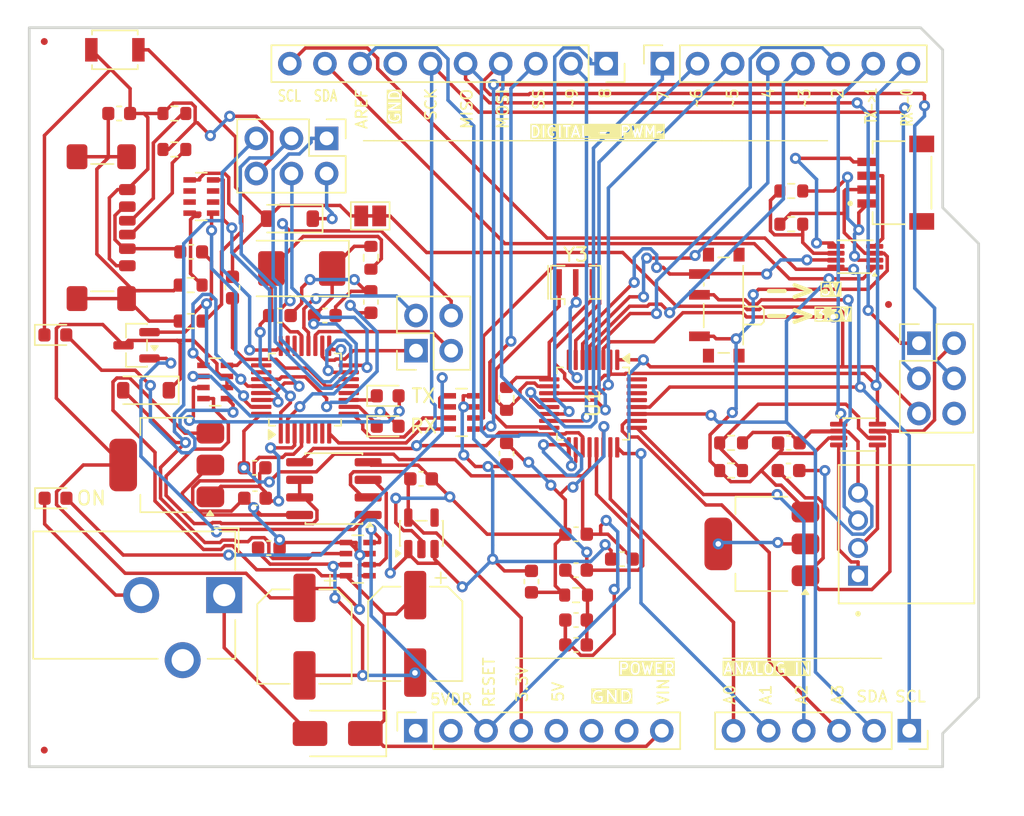
<source format=kicad_pcb>
(kicad_pcb (version 20241229) (generator "pcbnew") (generator_version "9.0")
  (layers (0 "F.Cu" signal) (4 "In1.Cu" power) (6 "In2.Cu" power) (2 "B.Cu" signal) (13 "F.Paste" user) (15 "B.Paste" user) (5 "F.SilkS" user "F.Silkscreen") (7 "B.SilkS" user "B.Silkscreen") (1 "F.Mask" user) (3 "B.Mask" user) (25 "Edge.Cuts" user))
  (net 0 "")
  (net 1 "/ATmega16U2/RXD")
  (net 2 "/ATmega16U2/TXD")
  (net 3 "Net-(U2-PC0{slash}XTAL2)")
  (net 4 "Net-(U2-XTAL1)")
  (net 5 "Net-(RN3D-R4.2)")
  (net 6 "USHD")
  (net 8 "GNDD")
  (net 9 "GNDA")
  (net 10 "Net-(RN1A-R1.1)")
  (net 11 "Net-(D3-A)")
  (net 12 "+5VD")
  (net 13 "D-")
  (net 16 "/ATmega16U2/USBVCC")
  (net 17 "Net-(Q1-G)")
  (net 18 "/connector/VIN")
  (net 19 "+3V3D")
  (net 20 "Net-(RN2A-R1.2)")
  (net 21 "/ATmega328p/SCK")
  (net 22 "/ATmega328p/PB0{slash}ICP")
  (net 23 "/ATmega328p/PD3")
  (net 24 "/ATmega328p/AD3")
  (net 25 "/ATmega328p/PD6")
  (net 26 "/ATmega328p/MISO")
  (net 27 "/ATmega328p/AD1")
  (net 28 "/ATmega328p/MOSI")
  (net 29 "/ATmega328p/AREF")
  (net 30 "/ATmega328p/AD2")
  (net 31 "+5VA")
  (net 32 "/ATmega328p/PB1{slash}OC1")
  (net 33 "/ATmega328p/PD4")
  (net 34 "/ATmega328p/PD7")
  (net 35 "/ATmega328p/AD0")
  (net 36 "/ATmega328p/SS")
  (net 37 "/ATmega328p/SCL")
  (net 38 "/ATmega328p/PD2")
  (net 39 "/ATmega328p/PD5")
  (net 40 "/ATmega328p/SDA")
  (net 41 "/ATmega328p/~{RESET}{slash}PC6")
  (net 42 "RST")
  (net 44 "Net-(U2-UCAP)")
  (net 48 "/ATmega16U2/DTR")
  (net 50 "Net-(RN4B-R2.2)")
  (net 51 "MISO2")
  (net 52 "/ATmega16U2/PB6")
  (net 53 "Net-(TX1-K)")
  (net 54 "/ATmega16U2/PB4")
  (net 56 "/ATmega16U2/PB5")
  (net 57 "/ATmega16U2/PB7")
  (net 59 "MOSI2")
  (net 60 "SCK2")
  (net 61 "Net-(RN4A-R1.2)")
  (net 62 "D+")
  (net 65 "Net-(RX1-K)")
  (net 66 "Net-(RN2B-R2.2)")
  (net 67 "Net-(ON1-A)")
  (net 68 "Net-(RN2C-R3.2)")
  (net 70 "Net-(D4-A)")
  (net 72 "Net-(RN3A-R1.2)")
  (net 74 "Net-(J8-CC1)")
  (net 75 "Net-(J8-CC2)")
  (net 76 "Net-(F1-Pad1)")
  (net 77 "+3V3Dbig")
  (net 78 "Net-(U8-A2)")
  (net 79 "Net-(U8-A1)")
  (net 80 "Net-(SW2-B)")
  (net 81 "Net-(U7-A2)")
  (net 82 "Net-(U7-A1)")
  (net 83 "Net-(U7-OE)")
  (net 84 "Net-(U8-OE)")
  (net 85 "Net-(U1-XTAL2{slash}PB7)")
  (net 86 "Net-(U1-XTAL1{slash}PB6)")
  (footprint "Connector_PinHeader_2.54mm:PinHeader_2x03_P2.54mm_Vertical" (layer "F.Cu") (at 138.6 79 -90)
    (property "Reference" "J1" (hide yes))
    (property "Value" "3x2M" (hide yes))
  )
  (footprint "Package_QFP:TQFP-32_5x5mm_P0.5mm" (layer "F.Cu") (at 137.0375 97.15 90)
    (property "Reference" "U2" (hide yes))
    (property "Value" "ATmega16U2-M" (hide yes))
  )
  (footprint "Custom_ports:Grove_Seeed_90d_110990037" (layer "F.Cu") (at 180.5 107.6 90)
    (property "Reference" "J9" (hide yes))
    (property "Value" "110990037" (hide yes))
  )
  (footprint "Resistor_SMD:R_0603_1608Metric" (layer "F.Cu") (at 167.825 101 180)
    (property "Reference" "R8" (hide yes))
    (property "Value" "100K" (hide yes))
  )
  (footprint "LED_SMD:LED_0603_1608Metric" (layer "F.Cu") (at 119 93.2)
    (property "Reference" "D3" (hide yes))
    (property "Value" "YELLOW" (hide yes))
  )
  (footprint "Package_TO_SOT_SMD:SOT-23" (layer "F.Cu") (at 124.8625 93.95 180)
    (property "Reference" "Q1" (hide yes))
    (property "Value" "FDN340P" (hide yes))
  )
  (footprint "Fuse:Fuse_0603_1608Metric" (layer "F.Cu") (at 128.8125 87.2)
    (property "Reference" "F1" (hide yes))
    (property "Value" "Polyfuse" (hide yes))
  )
  (footprint "Connector_USB:USB_C_Receptacle_GCT_USB4135-GF-A_6P_TopMnt_Horizontal" (layer "F.Cu") (at 121.1675 85.45 -90)
    (property "Reference" "J8" (hide yes))
    (property "Value" "USB_C_Receptacle_USB2.0_16P" (hide yes))
  )
  (footprint "Capacitor_SMD:C_0603_1608Metric" (layer "F.Cu") (at 133.425 105 180)
    (property "Reference" "C9" (hide yes))
    (property "Value" "0.1uF" (hide yes))
  )
  (footprint "Connector_BarrelJack:BarrelJack_CUI_PJ-102AH_Horizontal" (layer "F.Cu") (at 131.2 112 -90)
    (property "Reference" "X1" (hide yes))
    (property "Value" "POWERSUPPLY" (hide yes))
  )
  (footprint "Diode_SMD:D_SOD-123" (layer "F.Cu") (at 135.95 84.8 180)
    (property "Reference" "D1" (hide yes))
    (property "Value" "1N4148" (hide yes))
  )
  (footprint "Package_TO_SOT_SMD:SOT-23-5" (layer "F.Cu") (at 145.45 107.5375 90)
    (property "Reference" "U3" (hide yes))
    (property "Value" "LP2985-3.3" (hide yes))
  )
  (footprint "MountingHole:MountingHole_3.2mm_M3" (layer "F.Cu") (at 183.2 88.8)
    (property "Reference" "H3" (hide yes))
    (property "Value" "MountingHole_Pad" (hide yes))
  )
  (footprint "Capacitor_SMD:C_0603_1608Metric" (layer "F.Cu") (at 156.625 115.6)
    (property "Reference" "C15" (hide yes))
    (property "Value" "4.7uF" (hide yes))
  )
  (footprint "Capacitor_SMD:C_0603_1608Metric" (layer "F.Cu") (at 133.4 102.8 180)
    (property "Reference" "C10" (hide yes))
    (property "Value" "0.1uF" (hide yes))
  )
  (footprint "Resistor_SMD:R_0603_1608Metric" (layer "F.Cu") (at 141.8 87.625 90)
    (property "Reference" "R3" (hide yes))
    (property "Value" "1M" (hide yes))
  )
  (footprint "Resistor_SMD:R_Array_Concave_4x0603" (layer "F.Cu") (at 130.55 96.6 180)
    (property "Reference" "RN2" (hide yes))
    (property "Value" "1K" (hide yes))
  )
  (footprint "Resistor_SMD:R_0603_1608Metric" (layer "F.Cu") (at 151.6 97.825 -90)
    (property "Reference" "R1" (hide yes))
    (property "Value" "1M" (hide yes))
  )
  (footprint "Capacitor_SMD:C_0603_1608Metric" (layer "F.Cu") (at 131.8 89.775 90)
    (property "Reference" "C6" (hide yes))
    (property "Value" "0.1uF" (hide yes))
  )
  (footprint "Fiducial:Fiducial_0.5mm_Mask1.5mm" (layer "F.Cu") (at 118.2 123.2)
    (property "Reference" "FID1" (hide yes))
    (property "Value" "Fiducial" (hide yes))
  )
  (footprint "Capacitor_SMD:C_0603_1608Metric" (layer "F.Cu") (at 134.425 108.6)
    (property "Reference" "C18" (hide yes))
    (property "Value" "0.1uF" (hide yes))
  )
  (footprint "Capacitor_SMD:C_0603_1608Metric" (layer "F.Cu") (at 145.425 103.6)
    (property "Reference" "C12" (hide yes))
    (property "Value" "1uF" (hide yes))
  )
  (footprint "Resistor_SMD:R_0603_1608Metric" (layer "F.Cu") (at 156.625 112 180)
    (property "Reference" "R2" (hide yes))
    (property "Value" "0" (hide yes))
  )
  (footprint "Capacitor_SMD:C_0603_1608Metric" (layer "F.Cu") (at 156.625 110.2)
    (property "Reference" "C3" (hide yes))
    (property "Value" "0.1uF" (hide yes))
  )
  (footprint "Connector_PinSocket_2.54mm:PinSocket_1x06_P2.54mm_Vertical" (layer "F.Cu") (at 180.7 121.8 -90)
    (property "Reference" "J5" (hide yes))
    (property "Value" "POWER" (hide yes))
  )
  (footprint "Connector_PinSocket_2.54mm:PinSocket_1x08_P2.54mm_Vertical" (layer "F.Cu") (at 145.04 121.8 90)
    (property "Reference" "J7" (hide yes))
    (property "Value" "Conn_01x08_Socket" (hide yes))
  )
  (footprint "Crystal:Crystal_SMD_0603-2Pin_6.0x3.5mm" (layer "F.Cu") (at 136.8 88.4 180)
    (property "Reference" "Y2" (hide yes))
    (property "Value" "16MHz" (hide yes))
  )
  (footprint "Capacitor_SMD:C_0603_1608Metric" (layer "F.Cu") (at 156.625 113.8)
    (property "Reference" "C14" (hide yes))
    (property "Value" "0.1uF" (hide yes))
  )
  (footprint "LED_SMD:LED_0603_1608Metric" (layer "F.Cu") (at 143.0125 99.8)
    (property "Reference" "RX")
    (property "Value" "YELLOW" (hide yes))
  )
  (footprint "Fiducial:Fiducial_0.5mm_Mask1.5mm" (layer "F.Cu") (at 118.2 72)
    (property "Reference" "FID2" (hide yes))
    (property "Value" "Fiducial" (hide yes))
  )
  (footprint "Capacitor_SMD:C_0603_1608Metric" (layer "F.Cu") (at 156.625 107.6)
    (property "Reference" "C5" (hide yes))
    (property "Value" "0.1uF" (hide yes))
  )
  (footprint "Package_SO:VSSOP-8_2.3x2mm_P0.5mm" (layer "F.Cu") (at 176.8 87.55 180)
    (property "Reference" "U8" (hide yes))
    (property "Value" "TXS0102DCU" (hide yes))
  )
  (footprint "Capacitor_SMD:C_0603_1608Metric" (layer "F.Cu") (at 151.6 101.775 -90)
    (property "Reference" "C4" (hide yes))
    (property "Value" "0.1uF" (hide yes))
  )
  (footprint "Crystal:Resonator_SMD_Murata_CSTxExxV-3Pin_3.0x1.1mm" (layer "F.Cu") (at 156.6 89.4)
    (property "Reference" "Y3")
    (property "Value" "Resonator" (hide yes))
  )
  (footprint "Resistor_SMD:R_0603_1608Metric" (layer "F.Cu") (at 128.775 92.2 180)
    (property "Reference" "R5" (hide yes))
    (property "Value" "10K" (hide yes))
  )
  (footprint "MountingHole:MountingHole_3.2mm_M3" (layer "F.Cu") (at 132.4 73.6)
    (property "Reference" "H2" (hide yes))
    (property "Value" "MountingHole_Pad" (hide yes))
  )
  (footprint "Capacitor_SMD:C_0603_1608Metric" (layer "F.Cu") (at 172 101 180)
    (property "Reference" "C21" (hide yes))
    (property "Value" "2.2uF" (hide yes))
  )
  (footprint "Button_Switch_SMD:SW_SPST_B3U-1000P" (layer "F.Cu") (at 123.3 72.6 180)
    (property "Reference" "SW1" (hide yes))
    (property "Value" "RESET" (hide yes))
  )
  (footprint "Package_QFP:TQFP-32_5x5mm_P0.5mm" (layer "F.Cu") (at 157.85 98.1625 -90)
    (property "Reference" "U1")
    (property "Value" "ATmega328P-P" (hide yes))
  )
  (footprint "Button_Switch_SMD:SW_SPDT_PCM12" (layer "F.Cu") (at 166.97 91.05 90)
    (property "Reference" "SW2" (hide yes))
    (property "Value" "SW_SPDT" (hide yes))
  )
  (footprint "LED_SMD:LED_0603_1608Metric" (layer "F.Cu") (at 143.0125 97.6)
    (property "Reference" "TX")
    (property "Value" "YELLOW" (hide yes))
  )
  (footprint "Diode_SMD:D_SMA" (layer "F.Cu") (at 139.4 122 180)
    (property "Reference" "D4" (hide yes))
    (property "Value" "1N4148" (hide yes))
  )
  (footprint "Package_TO_SOT_SMD:SOT-223-3_TabPin2" (layer "F.Cu") (at 170.05 108.3 180)
    (property "Reference" "U6" (hide yes))
    (property "Value" "SPX2920M3-3.3_SOT223" (hide yes))
  )
  (footprint "LED_SMD:LED_0603_1608Metric" (layer "F.Cu") (at 119.0125 105)
    (property "Reference" "ON")
    (property "Value" "GREEN" (hide yes))
  )
  (footprint "Capacitor_SMD:CP_Elec_6.3x5.4" (layer "F.Cu") (at 137 115 -90)
    (property "Reference" "C17" (hide yes))
    (property "Value" "47uF" (hide yes))
  )
  (footprint "Capacitor_SMD:C_0603_1608Metric" (layer "F.Cu") (at 171.975 103 180)
    (property "Reference" "C19" (hide yes))
    (property "Value" "0.1uF" (hide yes))
  )
  (footprint "Inductor_SMD:L_0603_1608Metric" (layer "F.Cu") (at 123.6125 77.2)
    (property "Reference" "FB1" (hide yes))
    (property "Value" "FerriteBead" (hide yes))
  )
  (footprint "MountingHole:MountingHole_3.2mm_M3" (layer "F.Cu") (at 131.2 121.8)
    (property "Reference" "H1" (hide yes))
    (property "Value" "MountingHole_Pad" (hide yes))
  )
  (footprint "Fiducial:Fiducial_0.5mm_Mask1.5mm" (layer "F.Cu") (at 179.2 91)
    (property "Reference" "FID3" (hide yes))
    (property "Value" "Fiducial" (hide yes))
  )
  (footprint "Resistor_SMD:R_0603_1608Metric" (layer "F.Cu") (at 128.775 89.6 180)
    (property "Reference" "R4" (hide yes))
    (property "Value" "10K" (hide yes))
  )
  (footprint "MountingHole:MountingHole_3.2mm_M3" (layer "F.Cu") (at 183.2 116.8)
    (property "Reference" "H4" (hide yes))
    (property "Value" "MountingHole_Pad" (hide yes))
  )
  (footprint "Package_SO:VSSOP-8_2.3x2mm_P0.5mm" (layer "F.Cu") (at 177 100.4)
    (property "Reference" "U7" (hide yes))
    (property "Value" "TXS0102DCU" (hide yes))
  )
  (footprint "Package_SO:SOIC-8_3.9x4.9mm_P1.27mm" (layer "F.Cu") (at 139.125 104.305 180)
    (property "Reference" "U4" (hide yes))
    (property "Value" "LMV358" (hide yes))
  )
  (footprint "Capacitor_SMD:C_0603_1608Metric" (layer "F.Cu") (at 141.8 90.825 90)
    (property "Reference" "C11" (hide yes))
    (property "Value" "1uF" (hide yes))
  )
  (footprint "Resistor_SMD:R_Array_Concave_4x0603" (layer "F.Cu") (at 148.35 98.8 180)
    (property "Reference" "RN4" (hide yes))
    (property "Value" "1K")
  )
  (footprint "Jumper:SolderJumper-2_P1.3mm_Open_Pad1.0x1.5mm" (layer "F.Cu") (at 141.75 84.6)
    (property "Reference" "RESET-EN1" (hide yes))
    (property "Value" "SolderJumper_2_Open" (hide yes))
  )
  (footprint "Resistor_SMD:R_0603_1608Metric" (layer "F.Cu") (at 127.6 79.8 180)
    (property "Reference" "R7" (hide yes))
    (property "Value" "5.1K" (hide yes))
  )
  (footprint "Resistor_SMD:R_Array_Concave_4x0603" (layer "F.Cu") (at 129.55 83.2 180)
    (property "Reference" "RN3" (hide yes))
    (property "Value" "22R" (hide yes))
  )
  (footprint "Resistor_SMD:R_0603_1608Metric" (layer "F.Cu") (at 172.175 85.2)
    (property "Reference" "R11" (hide yes))
    (property "Value" "10K" (hide yes))
  )
  (footprint "Resistor_SMD:R_Array_Concave_4x0603" (layer "F.Cu") (at 140.85 109.4 180)
    (property "Reference" "RN1" (hide yes))
    (property "Value" "10K" (hide yes))
  )
  (footprint "Custom_ports:QWIIC_SPARKFUN_14417" (layer "F.Cu") (at 180.175 82.2 90)
    (property "Reference" "J3" (hide yes))
    (property "Value" "PRT-14417" (hide yes))
  )
  (footprint "Capacitor_SMD:CP_Elec_6.3x5.4" (layer "F.Cu") (at 145 114.8 -90)
    (property "Reference" "C16" (hide yes))
    (property "Value" "47uF" (hide yes))
  )
  (footprint "Resistor_SMD:R_0603_1608Metric" (layer "F.Cu") (at 127.6 77.2 180)
    (property "Reference" "R6" (hide yes))
    (property "Value" "5.1K" (hide yes))
  )
  (footprint "Connector_PinSocket_2.54mm:PinSocket_1x08_P2.54mm_Vertical" (layer "F.Cu") (at 162.86 73.6 90)
    (property "Reference" "J6" (hide yes))
    (property "Value" "Conn_01x08_Socket" (hide yes))
  )
  (footprint "Resistor_SMD:R_0603_1608Metric" (layer "F.Cu") (at 172.175 82.8 180)
    (property "Reference" "R10" (hide yes))
    (property "Value" "100K" (hide yes))
  )
  (footprint "Capacitor_SMD:C_0603_1608Metric" (layer "F.Cu") (at 153.4 111.025 -90)
    (property "Reference" "C13" (hide yes))
    (property "Value" "0.1uF" (hide yes))
  )
  (footprint "Connector_PinSocket_2.54mm:PinSocket_1x10_P2.54mm_Vertical" (layer "F.Cu") (at 158.8 73.6 -90)
    (property "Reference" "J4" (hide yes))
    (property "Value" "Conn_01x10_Socket" (hide yes))
  )
  (footprint "Connector_PinHeader_2.54mm:PinHeader_2x02_P2.54mm_Vertical" (layer "F.Cu") (at 145.06 94.34 90)
    (property "Reference" "J2" (hide yes))
    (property "Value" "2x2M" (hide yes))
  )
  (footprint "Capacitor_SMD:C_0603_1608Metric" (layer "F.Cu") (at 138.475 91.8 180)
    (property "Reference" "C8" (hide yes))
    (property "Value" "22pF" (hide yes))
  )
  (footprint "Inductor_SMD:L_0603_1608Metric" (layer "F.Cu") (at 159.9375 109.4 180)
    (property "Reference" "FB2" (hide yes))
    (property "Value" "1K" (hide yes))
  )
  (footprint "Package_TO_SOT_SMD:SOT-223-3_TabPin2" (layer "F.Cu") (at 127.05 102.6 180)
    (property "Reference" "U5" (hide yes))
    (property "Value" "NCP1117-5.0_SOT223" (hide yes))
  )
  (footprint "Diode_SMD:D_SOD-123" (layer "F.Cu") (at 125.55 97.2 180)
    (property "Reference" "D2" (hide yes))
    (property "Value" "1N4148" (hide yes))
  )
  (footprint "Resistor_SMD:R_0603_1608Metric" (layer "F.Cu") (at 167.825 103)
    (property "Reference" "R9" (hide yes))
    (property "Value" "10K" (hide yes))
  )
  (footprint "Connector_PinHeader_2.54mm:PinHeader_2x03_P2.54mm_Vertical" (layer "F.Cu") (at 181.4 93.8)
    (property "Reference" "ICSP1" (hide yes))
    (property "Value" "3x2M" (hide yes))
  )
  (footprint "Capacitor_SMD:C_0603_1608Metric" (layer "F.Cu") (at 135.225 91.8 180)
    (property "Reference" "C7" (hide yes))
    (property "Value" "22pF" (hide yes))
  )
  (gr_poly (pts (xy 117.113925 71) (xy 181.513925 71) (xy 183.113925 72.6) (xy 183.113925 84) (xy 185.713925 86.6) (xy 185.713925 119.4) (xy 183.113925 122) (xy 183.113925 124.4) (xy 117.113925 124.4)) (stroke (width 0.2)) (fill no) (layer "Edge.Cuts"))
  (gr_text "5V" (at 155.8 119.8 90) (layer "F.SilkS") (effects (font (size 0.8 0.8) (thickness 0.125) (bold yes)) (justify left bottom)))
  (gr_text "->" (at 170 90.8 0) (layer "F.SilkS") (effects (font (size 1.5 1.5) (thickness 0.3) (bold yes)) (justify left bottom)))
  (gr_text "->" (at 170 92.6 0) (layer "F.SilkS") (effects (font (size 1.5 1.5) (thickness 0.3) (bold yes)) (justify left bottom)))
  (gr_text "5V" (at 174.2 90.4 0) (layer "F.SilkS" knockout) (effects (font (size 0.8 0.8) (thickness 0.125) (bold yes)) (justify left bottom)))
  (gr_text "SDA" (at 137.6 76.4 0) (layer "F.SilkS") (effects (font (size 0.8 0.6) (thickness 0.125) (bold yes)) (justify left bottom)))
  (gr_text "MOSI" (at 151.8 78.4 90) (layer "F.SilkS") (effects (font (size 0.8 0.8) (thickness 0.125) (bold yes)) (justify left bottom)))
  (gr_text "RX<-0" (at 181 78.2 90) (layer "F.SilkS") (effects (font (size 0.8 0.5) (thickness 0.125) (bold yes)) (justify left bottom)))
  (gr_text "8" (at 159.2 76.2 90) (layer "F.SilkS") (effects (font (size 0.8 0.8) (thickness 0.125) (bold yes)) (justify left bottom)))
  (gr_text "~9" (at 156.8 76.8 90) (layer "F.SilkS") (effects (font (size 0.8 0.8) (thickness 0.125) (bold yes)) (justify left bottom)))
  (gr_text "2" (at 176 76.2 90) (layer "F.SilkS") (effects (font (size 0.8 0.8) (thickness 0.125) (bold yes)) (justify left bottom)))
  (gr_text "~6" (at 165.8 76.8 90) (layer "F.SilkS") (effects (font (size 0.8 0.8) (thickness 0.125) (bold yes)) (justify left bottom)))
  (gr_text "SDA" (at 176.8 119.8 0) (layer "F.SilkS") (effects (font (size 0.8 0.8) (thickness 0.125) (bold yes)) (justify left bottom)))
  (gr_text "~3" (at 173.6 76.8 90) (layer "F.SilkS") (effects (font (size 0.8 0.8) (thickness 0.125) (bold yes)) (justify left bottom)))
  (gr_text "VIN" (at 163.4 120 90) (layer "F.SilkS") (effects (font (size 0.8 0.8) (thickness 0.125) (bold yes)) (justify left bottom)))
  (gr_text "_______________" (at 152.2 116.6 0) (layer "F.SilkS") (effects (font (size 1 1) (thickness 0.1)) (justify left bottom)))
  (gr_text "A3" (at 176 120 90) (layer "F.SilkS") (effects (font (size 0.8 0.8) (thickness 0.125) (bold yes)) (justify left bottom)))
  (gr_text "SCK" (at 146.6 77.8 90) (layer "F.SilkS") (effects (font (size 0.8 0.8) (thickness 0.125) (bold yes)) (justify left bottom)))
  (gr_text "4" (at 171 76.2 90) (layer "F.SilkS") (effects (font (size 0.8 0.8) (thickness 0.125) (bold yes)) (justify left bottom)))
  (gr_text "A2" (at 173.4 120 90) (layer "F.SilkS") (effects (font (size 0.8 0.8) (thickness 0.125) (bold yes)) (justify left bottom)))
  (gr_text "A0" (at 168.2 120 90) (layer "F.SilkS") (effects (font (size 0.8 0.8) (thickness 0.125) (bold yes)) (justify left bottom)))
  (gr_text "____________________________________________" (at 141.2 79.2 0) (layer "F.SilkS") (effects (font (size 1 1) (thickness 0.1)) (justify left bottom)))
  (gr_text "MISO" (at 149.2 78.4 90) (layer "F.SilkS") (effects (font (size 0.8 0.8) (thickness 0.125) (bold yes)) (justify left bottom)))
  (gr_text "7" (at 163.4 76.4 90) (layer "F.SilkS") (effects (font (size 0.8 0.8) (thickness 0.125) (bold yes)) (justify left bottom)))
  (gr_text "SCL" (at 135 76.4 0) (layer "F.SilkS") (effects (font (size 0.8 0.6) (thickness 0.125) (bold yes)) (justify left bottom)))
  (gr_text "AREF" (at 141.6 78.4 90) (layer "F.SilkS") (effects (font (size 0.8 0.8) (thickness 0.125) (bold yes)) (justify left bottom)))
  (gr_text "A1" (at 170.8 120 90) (layer "F.SilkS") (effects (font (size 0.8 0.8) (thickness 0.125) (bold yes)) (justify left bottom)))
  (gr_text "RESET" (at 150.8 120.2 90) (layer "F.SilkS") (effects (font (size 0.8 0.8) (thickness 0.125) (bold yes)) (justify left bottom)))
  (gr_text "~5" (at 168.4 76.8 90) (layer "F.SilkS") (effects (font (size 0.8 0.8) (thickness 0.125) (bold yes)) (justify left bottom)))
  (gr_text "POWER" (at 159.6 117.8 0) (layer "F.SilkS" knockout) (effects (font (size 0.8 0.8) (thickness 0.125) (bold yes)) (justify left bottom)))
  (gr_text "TX->1" (at 178.4 78 90) (layer "F.SilkS") (effects (font (size 0.8 0.5) (thickness 0.125) (bold yes)) (justify left bottom)))
  (gr_text "_______________" (at 167.2 116.6 0) (layer "F.SilkS") (effects (font (size 1 1) (thickness 0.1)) (justify left bottom)))
  (gr_text "ANALOG IN" (at 167.2 117.8 0) (layer "F.SilkS" knockout) (effects (font (size 0.8 0.8) (thickness 0.125) (bold yes)) (justify left bottom)))
  (gr_text "GND" (at 157.6 119.8 0) (layer "F.SilkS" knockout) (effects (font (size 0.8 1) (thickness 0.125) (bold yes)) (justify left bottom)))
  (gr_text "3.3V" (at 173.8 92.2 0) (layer "F.SilkS" knockout) (effects (font (size 0.8 0.8) (thickness 0.125) (bold yes)) (justify left bottom)))
  (gr_text "DIGITAL - PWM~" (at 153.2 79 0) (layer "F.SilkS" knockout) (effects (font (size 0.8 0.8) (thickness 0.125) (bold yes)) (justify left bottom)))
  (gr_text "3.3V" (at 153.2 119.8 90) (layer "F.SilkS") (effects (font (size 0.8 0.8) (thickness 0.125) (bold yes)) (justify left bottom)))
  (gr_text "GND" (at 144 78 90) (layer "F.SilkS" knockout) (effects (font (size 0.8 0.8) (thickness 0.125) (bold yes)) (justify left bottom)))
  (gr_text "5VDR" (at 146 120 0) (layer "F.SilkS") (effects (font (size 0.8 0.8) (thickness 0.125) (bold yes)) (justify left bottom)))
  (gr_text "SCL" (at 179.6 119.8 0) (layer "F.SilkS") (effects (font (size 0.8 0.8) (thickness 0.125) (bold yes)) (justify left bottom)))
  (gr_text "SS" (at 154.4 77 90) (layer "F.SilkS") (effects (font (size 0.8 0.8) (thickness 0.125) (bold yes)) (justify left bottom)))
  (segment (start 158.1614 88.174) (end 158.276 88.174) (width 0.25) (layer "F.Cu") (net 1))
  (segment (start 155.8 96.347297) (end 156.464203 97.0115) (width 0.25) (layer "F.Cu") (net 1))
  (segment (start 158.679791 96.1239) (end 159.0146 96.1239) (width 0.25) (layer "F.Cu") (net 1))
  (segment (start 178.4 99.65) (end 178.4 96.9353) (width 0.25) (layer "F.Cu") (net 1))
  (segment (start 158.1581 88.1707) (end 158.1614 88.174) (width 0.25) (layer "F.Cu") (net 1))
  (segment (start 158.2838 96.8547) (end 158.2838 96.519891) (width 0.25) (layer "F.Cu") (net 1))
  (segment (start 159.0146 96.1239) (end 159.1 96.0385) (width 0.25) (layer "F.Cu") (net 1))
  (segment (start 158.127 97.0115) (end 158.2838 96.8547) (width 0.25) (layer "F.Cu") (net 1))
  (segment (start 155.0507 88.1707) (end 158.1581 88.1707) (width 0.25) (layer "F.Cu") (net 1))
  (segment (start 178.3053 96.8406) (end 177.4467 95.982) (width 0.25) (layer "F.Cu") (net 1))
  (segment (start 156.464203 97.0115) (end 158.127 97.0115) (width 0.25) (layer "F.Cu") (net 1))
  (segment (start 178.4 96.9353) (end 178.3053 96.8406) (width 0.25) (layer "F.Cu") (net 1))
  (segment (start 160.1513 96.0385) (end 159.1 96.0385) (width 0.25) (layer "F.Cu") (net 1))
  (segment (start 149.9267 99.2) (end 149.9267 93.2947) (width 0.25) (layer "F.Cu") (net 1))
  (segment (start 158.3283 88.3409) (end 158.3283 90.943) (width 0.25) (layer "F.Cu") (net 1))
  (segment (start 159.1 95) (end 159.1 96.0385) (width 0.25) (layer "F.Cu") (net 1))
  (segment (start 149.2 99.2) (end 149.9267 99.2) (width 0.25) (layer "F.Cu") (net 1))
  (segment (start 158.276 88.174) (end 158.276 88.2886) (width 0.25) (layer "F.Cu") (net 1))
  (segment (start 158.276 88.2886) (end 158.3283 88.3409) (width 0.25) (layer "F.Cu") (net 1))
  (segment (start 155.0885 95.2854) (end 155.8 95.9969) (width 0.25) (layer "F.Cu") (net 1))
  (segment (start 158.2838 96.519891) (end 158.679791 96.1239) (width 0.25) (layer "F.Cu") (net 1))
  (segment (start 149.9267 93.2947) (end 155.0507 88.1707) (width 0.25) (layer "F.Cu") (net 1))
  (segment (start 155.0885 94.1828) (end 155.0885 95.2854) (width 0.25) (layer "F.Cu") (net 1))
  (segment (start 177.4467 95.982) (end 160.2078 95.982) (width 0.25) (layer "F.Cu") (net 1))
  (segment (start 155.8 95.9969) (end 155.8 96.347297) (width 0.25) (layer "F.Cu") (net 1))
  (segment (start 158.3283 90.943) (end 155.0885 94.1828) (width 0.25) (layer "F.Cu") (net 1))
  (segment (start 160.2078 95.982) (end 160.1513 96.0385) (width 0.25) (layer "F.Cu") (net 1))
  (via (at 178.3053 96.8406) (size 0.8) (drill 0.4) (layers "F.Cu" "B.Cu") (net 1))
  (segment (start 178.4073 96.7386) (end 178.4073 75.8327) (width 0.25) (layer "B.Cu") (net 1))
  (segment (start 178.4073 75.8327) (end 180.64 73.6) (width 0.25) (layer "B.Cu") (net 1))
  (segment (start 178.3053 96.8406) (end 178.4073 96.7386) (width 0.25) (layer "B.Cu") (net 1))
  (segment (start 178.1 73.6) (end 176.5828 75.1172) (width 0.25) (layer "F.Cu") (net 2))
  (segment (start 149.2 100) (end 149.9267 100) (width 0.25) (layer "F.Cu") (net 2))
  (segment (start 168.6349 91.5933) (end 168.9434 91.9018) (width 0.25) (layer "F.Cu") (net 2))
  (segment (start 150.4733 99.7989) (end 150.1278 99.7989) (width 0.25) (layer "F.Cu") (net 2))
  (segment (start 162.2444 93.6958) (end 164.3469 91.5933) (width 0.25) (layer "F.Cu") (net 2))
  (segment (start 159.089 93.6958) (end 162.2444 93.6958) (width 0.25) (layer "F.Cu") (net 2))
  (segment (start 175.7511 98.8836) (end 175.7511 99.4989) (width 0.25) (layer "F.Cu") (net 2))
  (segment (start 150.1278 99.7989) (end 149.9267 100) (width 0.25) (layer "F.Cu") (net 2))
  (segment (start 175.7511 99.4989) (end 175.6 99.65) (width 0.25) (layer "F.Cu") (net 2))
  (segment (start 164.3469 91.5933) (end 168.6349 91.5933) (width 0.25) (layer "F.Cu") (net 2))
  (segment (start 168.9434 91.9018) (end 175.2059 91.9018) (width 0.25) (layer "F.Cu") (net 2))
  (segment (start 175.7512 98.8836) (end 175.7511 98.8836) (width 0.25) (layer "F.Cu") (net 2))
  (segment (start 158.6 95) (end 158.6 94.1848) (width 0.25) (layer "F.Cu") (net 2))
  (segment (start 176.5828 75.1172) (end 150.661 75.1172) (width 0.25) (layer "F.Cu") (net 2))
  (segment (start 158.6 94.1848) (end 159.089 93.6958) (width 0.25) (layer "F.Cu") (net 2))
  (via (at 150.4733 99.7989) (size 0.8) (drill 0.4) (layers "F.Cu" "B.Cu") (net 2))
  (via (at 175.2059 91.9018) (size 0.8) (drill 0.4) (layers "F.Cu" "B.Cu") (net 2))
  (via (at 150.661 75.1172) (size 0.8) (drill 0.4) (layers "F.Cu" "B.Cu") (net 2))
  (via (at 175.7512 98.8836) (size 0.8) (drill 0.4) (layers "F.Cu" "B.Cu") (net 2))
  (segment (start 175.5609 91.9018) (end 175.2059 91.9018) (width 0.25) (layer "B.Cu") (net 2))
  (segment (start 175.5689 91.8938) (end 175.5689 76.1311) (width 0.25) (layer "B.Cu") (net 2))
  (segment (start 175.5689 76.1311) (end 178.1 73.6) (width 0.25) (layer "B.Cu") (net 2))
  (segment (start 175.5609 91.9018) (end 175.5689 91.8938) (width 0.25) (layer "B.Cu") (net 2))
  (segment (start 175.5609 98.6933) (end 175.5609 91.9018) (width 0.25) (layer "B.Cu") (net 2))
  (segment (start 175.7512 98.8836) (end 175.5609 98.6933) (width 0.25) (layer "B.Cu") (net 2))
  (segment (start 150.661 99.6112) (end 150.4733 99.7989) (width 0.25) (layer "B.Cu") (net 2))
  (segment (start 150.661 75.1172) (end 150.661 99.6112) (width 0.25) (layer "B.Cu") (net 2))
  (segment (start 139 88.4) (end 140.6 86.8) (width 0.25) (layer "F.Cu") (net 3))
  (segment (start 137.664472 91.835528) (end 137.7 91.8) (width 0.25) (layer "F.Cu") (net 3))
  (segment (start 140.6 86.8) (end 141.8 86.8) (width 0.25) (layer "F.Cu") (net 3))
  (segment (start 139 90.5) (end 137.7 91.8) (width 0.25) (layer "F.Cu") (net 3))
  (segment (start 139 88.4) (end 139 90.5) (width 0.25) (layer "F.Cu") (net 3))
  (segment (start 135.7875 99.259198) (end 136.667298 98.3794) (width 0.25) (layer "F.Cu") (net 3))
  (segment (start 137.664472 92.404019) (end 137.664472 91.835528) (width 0.25) (layer "F.Cu") (net 3))
  (segment (start 135.7875 100.3125) (end 135.7875 99.259198) (width 0.25) (layer "F.Cu") (net 3))
  (via (at 136.667298 98.3794) (size 0.8) (drill 0.4) (layers "F.Cu" "B.Cu") (net 3))
  (via (at 137.664472 92.404019) (size 0.8) (drill 0.4) (layers "F.Cu" "B.Cu") (net 3))
  (segment (start 139.1253 97.457) (end 140.7361 95.8462) (width 0.25) (layer "B.Cu") (net 3))
  (segment (start 140.7361 95.8462) (end 140.7361 93.841) (width 0.25) (layer "B.Cu") (net 3))
  (segment (start 140.7361 93.841) (end 139.299119 92.404019) (width 0.25) (layer "B.Cu") (net 3))
  (segment (start 137.589698 97.457) (end 139.1253 97.457) (width 0.25) (layer "B.Cu") (net 3))
  (segment (start 139.299119 92.404019) (end 137.664472 92.404019) (width 0.25) (layer "B.Cu") (net 3))
  (segment (start 136.667298 98.3794) (end 137.589698 97.457) (width 0.25) (layer "B.Cu") (net 3))
  (segment (start 142.5568 86.3359) (end 142.5568 87.6932) (width 0.25) (layer "F.Cu") (net 4))
  (segment (start 134.6 89.2875) (end 134.6 88.4) (width 0.25) (layer "F.Cu") (net 4))
  (segment (start 134.6 91.65) (end 134.45 91.8) (width 0.25) (layer "F.Cu") (net 4))
  (segment (start 135.2875 98.800428) (end 135.981955 98.105973) (width 0.25) (layer "F.Cu") (net 4))
  (segment (start 135.981955 98.105973) (end 135.981955 97.620416) (width 0.25) (layer "F.Cu") (net 4))
  (segment (start 133.8 93) (end 133.8 92.45) (width 0.25) (layer "F.Cu") (net 4))
  (segment (start 134.6 88.4) (end 136.9134 86.0866) (width 0.25) (layer "F.Cu") (net 4))
  (segment (start 142.5568 87.6932) (end 141.8 88.45) (width 0.25) (layer "F.Cu") (net 4))
  (segment (start 142.3075 86.0866) (end 142.5568 86.3359) (width 0.25) (layer "F.Cu") (net 4))
  (segment (start 134.6 88.4) (end 134.6 91.65) (width 0.25) (layer "F.Cu") (net 4))
  (segment (start 133.8 92.45) (end 134.45 91.8) (width 0.25) (layer "F.Cu") (net 4))
  (segment (start 136.9134 86.0866) (end 142.3075 86.0866) (width 0.25) (layer "F.Cu") (net 4))
  (segment (start 135.4785 89.2875) (end 134.6 89.2875) (width 0.25) (layer "F.Cu") (net 4))
  (segment (start 135.2875 100.3125) (end 135.2875 98.800428) (width 0.25) (layer "F.Cu") (net 4))
  (via (at 133.8 93) (size 0.8) (drill 0.4) (layers "F.Cu" "B.Cu") (net 4))
  (via (at 135.981955 97.620416) (size 0.8) (drill 0.4) (layers "F.Cu" "B.Cu") (net 4))
  (segment (start 133.8 95.438461) (end 133.8 93) (width 0.25) (layer "B.Cu") (net 4))
  (segment (start 135.981955 97.620416) (end 133.8 95.438461) (width 0.25) (layer "B.Cu") (net 4))
  (segment (start 128.7 82) (end 129.4267 82) (width 0.25) (layer "F.Cu") (net 5))
  (segment (start 129.6 92.2) (end 129.8 92.2) (width 0.25) (layer "F.Cu") (net 5))
  (segment (start 132.4711 85.7043) (end 132.4711 84.6474) (width 0.25) (layer "F.Cu") (net 5))
  (segment (start 131.5284 83.7047) (end 131.5284 81.8289) (width 0.25) (layer "F.Cu") (net 5))
  (segment (start 129.7841 81.5233) (end 129.4267 81.8807) (width 0.25) (layer "F.Cu") (net 5))
  (segment (start 131.2228 81.5233) (end 129.7841 81.5233) (width 0.25) (layer "F.Cu") (net 5))
  (segment (start 131.5284 81.8289) (end 131.2228 81.5233) (width 0.25) (layer "F.Cu") (net 5))
  (segment (start 131.0073 87.1681) (end 132.4711 85.7043) (width 0.25) (layer "F.Cu") (net 5))
  (segment (start 129.4267 81.8807) (end 129.4267 82) (width 0.25) (layer "F.Cu") (net 5))
  (segment (start 129.8 92.2) (end 131.0073 90.9927) (width 0.25) (layer "F.Cu") (net 5))
  (segment (start 132.4711 84.6474) (end 131.5284 83.7047) (width 0.25) (layer "F.Cu") (net 5))
  (segment (start 131.0073 90.9927) (end 131.0073 87.1681) (width 0.25) (layer "F.Cu") (net 5))
  (segment (start 127.5468 90.0032) (end 127.95 89.6) (width 0.25) (layer "F.Cu") (net 6))
  (segment (start 124.145 90.575) (end 120.565 90.575) (width 0.25) (layer "F.Cu") (net 6))
  (segment (start 124.145 90.575) (end 124.7168 90.0032) (width 0.25) (layer "F.Cu") (net 6))
  (segment (start 122.825 80.325) (end 122.8951 80.325) (width 0.25) (layer "F.Cu") (net 6))
  (segment (start 127.95 92.2) (end 125.77 92.2) (width 0.25) (layer "F.Cu") (net 6))
  (segment (start 125.0683 90.0032) (end 127.5468 90.0032) (width 0.25) (layer "F.Cu") (net 6))
  (segment (start 125.0683 90.0032) (end 124.6446 90.0032) (width 0.25) (layer "F.Cu") (net 6))
  (segment (start 125.77 92.2) (end 124.145 90.575) (width 0.25) (layer "F.Cu") (net 6))
  (segment (start 124.6446 90.0032) (end 122 87.3586) (width 0.25) (layer "F.Cu") (net 6))
  (segment (start 122.825 77.2) (end 122.825 80.325) (width 0.25) (layer "F.Cu") (net 6))
  (segment (start 124.7168 90.0032) (end 125.0683 90.0032) (width 0.25) (layer "F.Cu") (net 6))
  (segment (start 122 81.2201) (end 122.8951 80.325) (width 0.25) (layer "F.Cu") (net 6))
  (segment (start 122.8951 80.325) (end 124.145 80.325) (width 0.25) (layer "F.Cu") (net 6))
  (segment (start 122 87.3586) (end 122 81.2201) (width 0.25) (layer "F.Cu") (net 6))
  (segment (start 120.565 80.325) (end 122.825 80.325) (width 0.25) (layer "F.Cu") (net 6))
  (segment (start 136.8 89.8) (end 136.8 90.9134) (width 0.25) (layer "F.Cu") (net 8))
  (segment (start 156.696042 96.28733) (end 156.651362 96.28733) (width 0.25) (layer "F.Cu") (net 8))
  (segment (start 134.175 102.8) (end 133.7659 103.2091) (width 0.25) (layer "F.Cu") (net 8))
  (segment (start 136 91.8) (end 136 91.653) (width 0.25) (layer "F.Cu") (net 8))
  (segment (start 171.3 108.3) (end 171.2 108.2) (width 0.25) (layer "F.Cu") (net 8))
  (segment (start 173.576 100.199) (end 172.775 101) (width 0.25) (layer "F.Cu") (net 8))
  (segment (start 153 102.4) (end 151.6 101) (width 0.25) (layer "F.Cu") (net 8))
  (segment (start 118.2125 78.7875) (end 123 74) (width 0.25) (layer "F.Cu") (net 8))
  (segment (start 129.101 76.722292) (end 128.827708 76.449) (width 0.25) (layer "F.Cu") (net 8))
  (segment (start 129.7 95.4) (end 129.7 95.259094) (width 0.25) (layer "F.Cu") (net 8))
  (segment (start 134.646 78.533595) (end 133.512405 77.4) (width 0.25) (layer "F.Cu") (net 8))
  (segment (start 123 74) (end 121.6 72.6) (width 0.25) (layer "F.Cu") (net 8))
  (segment (start 158.6 99.856287) (end 158.634971 99.821316) (width 0.25) (layer "F.Cu") (net 8))
  (segment (start 133.65 108.6) (end 133.65 108.8973) (width 0.25) (layer "F.Cu") (net 8))
  (segment (start 122.90425 83.29575) (end 122.90425 87.69575) (width 0.25) (layer "F.Cu") (net 8))
  (segment (start 125.6809 77.4809) (end 125.4 77.2) (width 0.25) (layer "F.Cu") (net 8))
  (segment (start 139.2358 109.7625) (end 139.2733 109.8) (width 0.25) (layer "F.Cu") (net 8))
  (segment (start 135.133954 105.203608) (end 134.403608 105.203608) (width 0.25) (layer "F.Cu") (net 8))
  (segment (start 139.072465 109.925) (end 138.909965 109.7625) (width 0.25) (layer "F.Cu") (net 8))
  (segment (start 133.65 108.8973) (end 134.5152 109.7625) (width 0.25) (layer "F.Cu") (net 8))
  (segment (start 175.6 100.15) (end 173.625 100.15) (width 0.25) (layer "F.Cu") (net 8))
  (segment (start 125.2 112) (end 123.361523 112) (width 0.25) (layer "F.Cu") (net 8))
  (segment (start 123.361523 112) (end 118.225 106.863477) (width 0.25) (layer "F.Cu") (net 8))
  (segment (start 156.4 104.2) (end 156 104.2) (width 0.25) (layer "F.Cu") (net 8))
  (segment (start 139.25 91.1643) (end 139.25 91.8) (width 0.25) (layer "F.Cu") (net 8))
  (segment (start 132.9 96.9) (end 133.875 96.9) (width 0.25) (layer "F.Cu") (net 8))
  (segment (start 132.4 96.4) (end 132.9 96.9) (width 0.25) (layer "F.Cu") (net 8))
  (segment (start 144.7385 107.3385) (end 144.169388 107.3385) (width 0.25) (layer "F.Cu") (net 8))
  (segment (start 122.90425 87.69575) (end 123.4085 88.2) (width 0.25) (layer "F.Cu") (net 8))
  (segment (start 134.175 104.553) (end 134.175 104.975) (width 0.25) (layer "F.Cu") (net 8))
  (segment (start 134.55 101.3598) (end 136.108588 101.3598) (width 0.25) (layer "F.Cu") (net 8))
  (segment (start 134.646 80.414) (end 134.646 78.533595) (width 0.25) (layer "F.Cu") (net 8))
  (segment (start 133.7659 104.144) (end 130.956 104.144) (width 0.25) (layer "F.Cu") (net 8))
  (segment (start 133.52 81.54) (end 134.646 80.414) (width 0.25) (layer "F.Cu") (net 8))
  (segment (start 134.175 104.975) (end 134.2 105) (width 0.25) (layer "F.Cu") (net 8))
  (segment (start 155.4712 104.7288) (end 154.8 104.0576) (width 0.25) (layer "F.Cu") (net 8))
  (segment (start 124.2 82.7) (end 123.5 82.7) (width 0.25) (layer "F.Cu") (net 8))
  (segment (start 177.0556 85.6) (end 177.0556 84.3694) (width 0.25) (layer "F.Cu") (net 8))
  (segment (start 127.175 79.8) (end 129.101 77.874) (width 0.25) (layer "F.Cu") (net 8))
  (segment (start 137.4 89.2) (end 136.8 89.8) (width 0.25) (layer "F.Cu") (net 8))
  (segment (start 153.2 102.4) (end 153 102.4) (width 0.25) (layer "F.Cu") (net 8))
  (segment (start 168.65 101) (end 169.401 100.249) (width 0.25) (layer "F.Cu") (net 8))
  (segment (start 156.6 89.4) (end 156.6 90.8) (width 0.25) (layer "F.Cu") (net 8))
  (segment (start 118.225 106.863477) (end 118.225 105) (width 0.25) (layer "F.Cu") (net 8))
  (segment (start 150.2 107.6) (end 155.85 107.6) (width 0.25) (layer "F.Cu") (net 8))
  (segment (start 141.8 90.05) (end 141.45 90.05) (width 0.25) (layer "F.Cu") (net 8))
  (segment (start 155.85 107.6) (end 155.85 105.1076) (width 0.25) (layer "F.Cu") (net 8))
  (segment (start 177.035705 87.8) (end 176.745752 87.510047) (width 0.25) (layer "F.Cu") (net 8))
  (segment (start 126.775 77.2) (end 125.4 77.2) (width 0.25) (layer "F.Cu") (net 8))
  (segment (start 177 100.908508) (end 176.290492 100.199) (width 0.25) (layer "F.Cu") (net 8))
  (segment (start 128.827708 76.449) (end 127.526 76.449) (width 0.25) (layer "F.Cu") (net 8))
  (segment (start 124.2 82.7) (end 125.6809 81.2191) (width 0.25) (layer "F.Cu") (net 8))
  (segment (start 155.85 105.1076) (end 155.4712 104.7288) (width 0.25) (layer "F.Cu") (net 8))
  (segment (start 146.2 103.6) (end 147.5 104.9) (width 0.25) (layer "F.Cu") (net 8))
  (segment (start 123.5 82.7) (end 122.90425 83.29575) (width 0.25) (layer "F.Cu") (net 8))
  (segment (start 155.6 111.8) (end 155.8 112) (width 0.25) (layer "F.Cu") (net 8))
  (segment (start 173.625 100.15) (end 172.775 101) (width 0.25) (layer "F.Cu") (net 8))
  (segment (start 155.124 111.324) (end 155.124 108.326) (width 0.25) (layer "F.Cu") (net 8))
  (segment (start 156 104.2) (end 155.4712 104.7288) (width 0.25) (layer "F.Cu") (net 8))
  (segment (start 169.401 100.249) (end 172.024 100.249) (width 0.25) (layer "F.Cu") (net 8))
  (segment (start 153.4 111.8) (end 155.6 111.8) (width 0.25) (layer "F.Cu") (net 8))
  (segment (start 134.403608 105.203608) (end 134.2 105) (width 0.25) (layer "F.Cu") (net 8))
  (segment (start 145.45 108.675) (end 145.45 108.05) (width 0.25) (layer "F.Cu") (net 8))
  (segment (start 156.174 95.074) (end 156.1 95) (width 0.25) (layer "F.Cu") (net 8))
  (segment (start 133.7659 104.144) (end 134.1749 104.553) (width 0.25) (layer "F.Cu") (net 8))
  (segment (start 145.45 108.05) (end 144.7385 107.3385) (width 0.25) (layer "F.Cu") (net 8))
  (segment (start 126.775 79.8) (end 127.175 79.8) (width 0.25) (layer "F.Cu") (net 8))
  (segment (start 141.8108 102.6108) (end 145.2108 102.6108) (width 0.25) (layer "F.Cu") (net 8))
  (segment (start 140 109.8) (end 139.2733 109.8) (width 0.25) (layer "F.Cu") (net 8))
  (segment (start 124.4 77.2) (end 124.4 75.4) (width 0.25) (layer "F.Cu") (net 8))
  (segment (start 137 117.8) (end 141.2 117.8) (width 0.25) (layer "F.Cu") (net 8))
  (segment (start 136 91.7134) (end 136 91.8) (width 0.25) (layer "F.Cu") (net 8))
  (segment (start 141.45 90.05) (end 140.6 89.2) (width 0.25) (layer "F.Cu") (net 8))
  (segment (start 177 104.6) (end 177 100.908508) (width 0.25) (layer "F.Cu") (net 8))
  (segment (start 125.6809 81.2191) (end 125.6809 77.4809) (width 0.25) (layer "F.Cu") (net 8))
  (segment (start 172.024 100.249) (end 172.775 101) (width 0.25) (layer "F.Cu") (net 8))
  (segment (start 156.696042 96.28733) (end 156.543872 96.4395) (width 0.25) (layer "F.Cu") (net 8))
  (segment (start 133.512405 77.4) (end 131.6 77.4) (width 0.25) (layer "F.Cu") (net 8))
  (segment (start 173.2 108.3) (end 171.3 108.3) (width 0.25) (layer "F.Cu") (net 8))
  (segment (start 147.5 104.9) (end 150.2 107.6) (width 0.25) (layer "F.Cu") (net 8))
  (segment (start 136.108588 101.3598) (end 136.2875 101.180888) (width 0.25) (layer "F.Cu") (net 8))
  (segment (start 176.290492 100.199) (end 173.576 100.199) (width 0.25) (layer "F.Cu") (net 8))
  (segment (start 177.0556 84.3694) (end 177.725 83.7) (width 0.25) (layer "F.Cu") (net 8))
  (segment (start 156.651362 96.28733) (end 156.174 95.809968) (width 0.25) (layer "F.Cu") (net 8))
  (segment (start 143.6 106.769112) (end 143.6 105) (width 0.25) (layer "F.Cu") (net 8))
  (segment (start 124.4 75.4) (end 123 74) (width 0.25) (layer "F.Cu") (net 8))
  (segment (start 136.8 90.9134) (end 136 91.7134) (width 0.25) (layer "F.Cu") (net 8))
  (segment (start 172.75 103) (end 174.6 103) (width 0.25) (layer "F.Cu") (net 8))
  (segment (start 130.956 104.144) (end 130.2 104.9) (width 0.25) (layer "F.Cu") (net 8))
  (segment (start 178.2 87.8) (end 177.035705 87.8) (width 0.25) (layer "F.Cu") (net 8))
  (segment (start 156.174 95.809968) (end 156.174 95.074) (width 0.25) (layer "F.Cu") (net 8))
  (segment (start 123.4085 88.2) (end 124.2 88.2) (width 0.25) (layer "F.Cu") (net 8))
  (segment (start 129.7 95.259094) (end 128.9479 94.506994) (width 0.25) (layer "F.Cu") (net 8))
  (segment (start 133.7659 103.2091) (end 133.7659 104.144) (width 0.25) (layer "F.Cu") (net 8))
  (segment (start 141.2 114.2) (end 139.2 112.2) (width 0.25) (layer "F.Cu") (net 8))
  (segment (start 130.2 78.8) (end 129.274 77.874) (width 0.25) (layer "F.Cu") (net 8))
  (segment (start 140.3643 90.05) (end 139.25 91.1643) (width 0.25) (layer "F.Cu") (net 8))
  (segment (start 118.2125 93.2) (end 118.2125 78.7875) (width 0.25) (layer "F.Cu") (net 8))
  (segment (start 155.8 112) (end 155.124 111.324) (width 0.25) (layer "F.Cu") (net 8))
  (segment (start 134.1749 104.553) (end 134.175 104.553) (width 0.25) (layer "F.Cu") (net 8))
  (segment (start 129.274 77.874) (end 129.101 77.874) (width 0.25) (layer "F.Cu") (net 8))
  (segment (start 127.526 76.449) (end 126.775 77.2) (width 0.25) (layer "F.Cu") (net 8))
  (segment (start 138.909965 109.7625) (end 139.2358 109.7625) (width 0.25) (layer "F.Cu") (net 8))
  (segment (start 129.101 77.874) (end 129.101 76.722292) (width 0.25) (layer "F.Cu") (net 8))
  (segment (start 155.124 108.326) (end 155.85 107.6) (width 0.25) (layer "F.Cu") (net 8))
  (segment (start 136.2875 101.180888) (end 136.2875 100.3125) (width 0.25) (layer "F.Cu") (net 8))
  (segment (start 134.5152 109.7625) (end 138.909965 109.7625) (width 0.25) (layer "F.Cu") (net 8))
  (segment (start 173 82.8) (end 175.2439 82.8) (width 0.25) (layer "F.Cu") (net 8))
  (segment (start 175.2439 82.8) (end 176.2439 81.8) (width 0.25) (layer "F.Cu") (net 8))
  (segment (start 144.169388 107.3385) (end 143.6 106.769112) (width 0.25) (layer "F.Cu") (net 8))
  (segment (start 145.2108 102.6108) (end 146.2 103.6) (width 0.25) (layer "F.Cu") (net 8))
  (segment (start 158.6 101.325) (end 158.6 99.856287) (width 0.25) (layer "F.Cu") (net 8))
  (segment (start 125.4 77.2) (end 124.4 77.2) (width 0.25) (layer "F.Cu") (net 8))
  (segment (start 156.6 90.8) (end 156.636052 90.836052) (width 0.25) (layer "F.Cu") (net 8))
  (segment (start 141.8 90.05) (end 140.3643 90.05) (width 0.25) (layer "F.Cu") (net 8))
  (segment (start 141.6 102.4) (end 141.8108 102.6108) (width 0.25) (layer "F.Cu") (net 8))
  (segment (start 141.2 117.8) (end 141.2 114.2) (width 0.25) (layer "F.Cu") (net 8))
  (via (at 154.8 104.0576) (size 0.8) (drill 0.4) (layers "F.Cu" "B.Cu") (net 8))
  (via (at 153.2 102.4) (size 0.8) (drill 0.4) (layers "F.Cu" "B.Cu") (net 8))
  (via (at 156.4 104.2) (size 0.8) (drill 0.4) (layers "F.Cu" "B.Cu") (net 8))
  (via (at 132.4 96.4) (size 0.8) (drill 0.4) (layers "F.Cu" "B.Cu") (net 8))
  (via (at 135.133954 105.203608) (size 0.8) (drill 0.4) (layers "F.Cu" "B.Cu") (net 8))
  (via (at 143.6 105) (size 0.8) (drill 0.4) (layers "F.Cu" "B.Cu") (net 8))
  (via (at 137.4 89.2) (size 0.8) (drill 0.4) (layers "F.Cu" "B.Cu") (net 8))
  (via (at 144.982702 117.617298) (size 0.8) (drill 0.4) (layers "F.Cu" "B.Cu") (net 8))
  (via (at 156.696042 96.28733) (size 0.8) (drill 0.4) (layers "F.Cu" "B.Cu") (net 8))
  (via (at 134.55 101.3598) (size 0.8) (drill 0.4) (layers "F.Cu" "B.Cu") (net 8))
  (via (at 147.5 104.9) (size 0.8) (drill 0.4) (layers "F.Cu" "B.Cu") (net 8))
  (via (at 171.2 108.2) (size 0.8) (drill 0.4) (layers "F.Cu" "B.Cu") (net 8))
  (via (at 139.072465 109.925) (size 0.8) (drill 0.4) (layers "F.Cu" "B.Cu") (net 8))
  (via (at 166.9 108.3) (size 0.8) (drill 0.4) (layers "F.Cu" "B.Cu") (net 8))
  (via (at 140.6 89.2) (size 0.8) (drill 0.4) (layers "F.Cu" "B.Cu") (net 8))
  (via (at 176.745752 87.510047) (size 0.8) (drill 0.4) (layers "F.Cu" "B.Cu") (net 8))
  (via (at 131.6 77.4) (size 0.8) (drill 0.4) (layers "F.Cu" "B.Cu") (net 8))
  (via (at 130.2 78.8) (size 0.8) (drill 0.4) (layers "F.Cu" "B.Cu") (net 8))
  (via (at 174.6 103) (size 0.8) (drill 0.4) (layers "F.Cu" "B.Cu") (net 8))
  (via (at 158.634971 99.821316) (size 0.8) (drill 0.4) (layers "F.Cu" "B.Cu") (net 8))
  (via (at 156.636052 90.836052) (size 0.8) (drill 0.4) (layers "F.Cu" "B.Cu") (net 8))
  (via (at 128.9479 94.506994) (size 0.8) (drill 0.4) (layers "F.Cu" "B.Cu") (net 8))
  (via (at 176.2439 81.8) (size 0.8) (drill 0.4) (layers "F.Cu" "B.Cu") (net 8))
  (via (at 139.2 112.2) (size 0.8) (drill 0.4) (layers "F.Cu" "B.Cu") (net 8))
  (via (at 177.0556 85.6) (size 0.8) (drill 0.4) (layers "F.Cu" "B.Cu") (net 8))
  (via (at 141.2 117.8) (size 0.8) (drill 0.4) (layers "F.Cu" "B.Cu") (net 8))
  (segment (start 141.2 117.8) (end 144.8 117.8) (width 0.25) (layer "B.Cu") (net 8))
  (segment (start 139.2 110.052535) (end 139.072465 109.925) (width 0.25) (layer "B.Cu") (net 8))
  (segment (start 158.634971 99.821316) (end 158.634971 101.965029) (width 0.25) (layer "B.Cu") (net 8))
  (segment (start 139.2 112.2) (end 139.2 110.052535) (width 0.25) (layer "B.Cu") (net 8))
  (segment (start 131.6 77.4) (end 130.2 78.8) (width 0.25) (layer "B.Cu") (net 8))
  (segment (start 176.587857 107.595) (end 177.412143 107.595) (width 0.25) (layer "B.Cu") (net 8))
  (segment (start 176.745752 85.909848) (end 177.0556 85.6) (width 0.25) (layer "B.Cu") (net 8))
  (segment (start 140.6 89.2) (end 137.4 89.2) (width 0.25) (layer "B.Cu") (net 8))
  (segment (start 174.6 103) (end 174.6 105.607143) (width 0.25) (layer "B.Cu") (net 8))
  (segment (start 130.5994 94.5994) (end 132.4 96.4) (width 0.25) (layer "B.Cu") (net 8))
  (segment (start 177.995 107.012143) (end 177.995 105.595) (width 0.25) (layer "B.Cu") (net 8))
  (segment (start 174.6 105.607143) (end 176.587857 107.595) (width 0.25) (layer "B.Cu") (net 8))
  (segment (start 144.8 117.8) (end 144.982702 117.617298) (width 0.25) (layer "B.Cu") (net 8))
  (segment (start 134.55 101.400389) (end 135.133954 101.984343) (width 0.25) (layer "B.Cu") (net 8))
  (segment (start 177.412143 107.595) (end 177.995 107.012143) (width 0.25) (layer "B.Cu") (net 8))
  (segment (start 134.55 101.3598) (end 134.55 101.400389) (width 0.25) (layer "B.Cu") (net 8))
  (segment (start 156.2 95.791288) (end 156.2 91.272104) (width 0.25) (layer "B.Cu") (net 8))
  (segment (start 143.6 105) (end 147.4 105) (width 0.25) (layer "B.Cu") (net 8))
  (segment (start 129.643391 90.2744) (end 130.203409 90.2744) (width 0.25) (layer "B.Cu") (net 8))
  (segment (start 167 108.2) (end 166.9 108.3) (width 0.25) (layer "B.Cu") (net 8))
  (segment (start 176.745752 87.510047) (end 176.745752 85.909848) (width 0.25) (layer "B.Cu") (net 8))
  (segment (start 128.9479 90.969891) (end 129.643391 90.2744) (width 0.25) (layer "B.Cu") (net 8))
  (segment (start 171.2 108.2) (end 167 108.2) (width 0.25) (layer "B.Cu") (net 8))
  (segment (start 158.634971 101.965029) (end 156.4 104.2) (width 0.25) (layer "B.Cu") (net 8))
  (segment (start 156.696042 96.28733) (end 156.2 95.791288) (width 0.25) (layer "B.Cu") (net 8))
  (segment (start 176.2439 81.8) (end 176.2439 84.7883) (width 0.25) (layer "B.Cu") (net 8))
  (segment (start 147.4 105) (end 147.5 104.9) (width 0.25) (layer "B.Cu") (net 8))
  (segment (start 154.8 104) (end 153.2 102.4) (width 0.25) (layer "B.Cu") (net 8))
  (segment (start 176.2439 84.7883) (end 177.0556 85.6) (width 0.25) (layer "B.Cu") (net 8))
  (segment (start 154.8 104.0576) (end 154.8 104) (width 0.25) (layer "B.Cu") (net 8))
  (segment (start 177.995 105.595) (end 177 104.6) (width 0.25) (layer "B.Cu") (net 8))
  (segment (start 130.203409 90.2744) (end 130.5994 90.670391) (width 0.25) (layer "B.Cu") (net 8))
  (segment (start 130.5994 90.670391) (end 130.5994 94.5994) (width 0.25) (layer "B.Cu") (net 8))
  (segment (start 128.9479 94.506994) (end 128.9479 90.969891) (width 0.25) (layer "B.Cu") (net 8))
  (segment (start 156.2 91.272104) (end 156.636052 90.836052) (width 0.25) (layer "B.Cu") (net 8))
  (segment (start 135.133954 101.984343) (end 135.133954 105.203608) (width 0.25) (layer "B.Cu") (net 8))
  (segment (start 157.4 113.8) (end 157.4 115.6) (width 0.25) (layer "F.Cu") (net 9))
  (segment (start 157.45 111.8) (end 155.85 110.2) (width 0.25) (layer "F.Cu") (net 9))
  (segment (start 157.4 113.8) (end 157.45 113.75) (width 0.25) (layer "F.Cu") (net 9))
  (segment (start 157.45 113.75) (end 157.45 112) (width 0.25) (layer "F.Cu") (net 9))
  (segment (start 157.45 112) (end 157.45 111.8) (width 0.25) (layer "F.Cu") (net 9))
  (segment (start 141.7 109.8) (end 142.4267 109.8) (width 0.25) (layer "F.Cu") (net 10))
  (segment (start 142.9071 109.3196) (end 142.4267 109.8) (width 0.25) (layer "F.Cu") (net 10))
  (segment (start 141.7 109.8) (end 140.9733 109.8) (width 0.25) (layer "F.Cu") (net 10))
  (segment (start 141.7 110.6) (end 140.9733 110.6) (width 0.25) (layer "F.Cu") (net 10))
  (segment (start 142.9071 104.6207) (end 142.9071 109.3196) (width 0.25) (layer "F.Cu") (net 10))
  (segment (start 141.6 103.67) (end 141.9564 103.67) (width 0.25) (layer "F.Cu") (net 10))
  (segment (start 141.9564 103.67) (end 142.9071 104.6207) (width 0.25) (layer "F.Cu") (net 10))
  (segment (start 140.9733 110.6) (end 140.9733 109.8) (width 0.25) (layer "F.Cu") (net 10))
  (segment (start 131.4 97.8) (end 131.8398 98.2398) (width 0.25) (layer "F.Cu") (net 11))
  (segment (start 122.3411 95.7536) (end 124.7682 95.7536) (width 0.25) (layer "F.Cu") (net 11))
  (segment (start 131.8398 98.2398) (end 131.8398 98.7857) (width 0.25) (layer "F.Cu") (net 11))
  (segment (start 119.7875 93.2) (end 122.3411 95.7536) (width 0.25) (layer "F.Cu") (net 11))
  (segment (start 124.7682 95.7536) (end 125.8654 96.8508) (width 0.25) (layer "F.Cu") (net 11))
  (via (at 131.8398 98.7857) (size 0.8) (drill 0.4) (layers "F.Cu" "B.Cu") (net 11))
  (via (at 125.8654 96.8508) (size 0.8) (drill 0.4) (layers "F.Cu" "B.Cu") (net 11))
  (segment (start 128.0081 99.0965) (end 128.4553 98.6493) (width 0.25) (layer "B.Cu") (net 11))
  (segment (start 128.0081 99.7654) (end 128.0081 99.0965) (width 0.25) (layer "B.Cu") (net 11))
  (segment (start 128.1327 101.7144) (end 128.6836 101.7144) (width 0.25) (layer "B.Cu") (net 11))
  (segment (start 128.4553 98.6493) (end 131.7034 98.6493) (width 0.25) (layer "B.Cu") (net 11))
  (segment (start 131.7034 98.6493) (end 131.8398 98.7857) (width 0.25) (layer "B.Cu") (net 11))
  (segment (start 129.0771 100.6972) (end 128.5566 100.1767) (width 0.25) (layer "B.Cu") (net 11))
  (segment (start 128.4194 100.1767) (end 128.0081 99.7654) (width 0.25) (layer "B.Cu") (net 11))
  (segment (start 128.6836 101.7144) (end 129.0771 101.3209) (width 0.25) (layer "B.Cu") (net 11))
  (segment (start 128.5566 100.1767) (end 128.4194 100.1767) (width 0.25) (layer "B.Cu") (net 11))
  (segment (start 125.8654 99.4471) (end 128.1327 101.7144) (width 0.25) (layer "B.Cu") (net 11))
  (segment (start 129.0771 101.3209) (end 129.0771 100.6972) (width 0.25) (layer "B.Cu") (net 11))
  (segment (start 125.8654 96.8508) (end 125.8654 99.4471) (width 0.25) (layer "B.Cu") (net 11))
  (segment (start 149.2 98.4) (end 148.4733 98.4) (width 0.25) (layer "F.Cu") (net 12))
  (segment (start 151.45 110.25) (end 150.6 109.4) (width 0.25) (layer "F.Cu") (net 12))
  (segment (start 133.736244 102.049) (end 133.3649 102.420344) (width 0.25) (layer "F.Cu") (net 12))
  (segment (start 135.6 108.2) (end 140 108.2) (width 0.25) (layer "F.Cu") (net 12))
  (segment (start 134.552 112.2) (end 132.776 110.424) (width 0.25) (layer "F.Cu") (net 12))
  (segment (start 132.65 105) (end 133.325 105.675) (width 0.25) (layer "F.Cu") (net 12))
  (segment (start 129.589346 106.21) (end 136.65 106.21) (width 0.25) (layer "F.Cu") (net 12))
  (segment (start 136.7875 100.3125) (end 136.7875 101.247988) (width 0.25) (layer "F.Cu") (net 12))
  (segment (start 175.381 87.781) (end 175.4 87.8) (width 0.25) (layer "F.Cu") (net 12))
  (segment (start 181.722405 100.15) (end 178.4 100.15) (width 0.25) (layer "F.Cu") (net 12))
  (segment (start 179.301 100.409508) (end 179.301 110.289) (width 0.25) (layer "F.Cu") (net 12))
  (segment (start 119.0865 104.532756) (end 121.019256 102.6) (width 0.25) (layer "F.Cu") (net 12))
  (segment (start 144.5 108.994112) (end 145.205888 109.7) (width 0.25) (layer "F.Cu") (net 12))
  (segment (start 136.211488 101.824) (end 135.644388 101.824) (width 0.25) (layer "F.Cu") (net 12))
  (segment (start 145.205888 109.7) (end 146.7 109.7) (width 0.25) (layer "F.Cu") (net 12))
  (segment (start 141 108.95) (end 140.25 108.2) (width 0.25) (layer "F.Cu") (net 12))
  (segment (start 137 112.2) (end 137.676 111.524) (width 0.25) (layer "F.Cu") (net 12))
  (segment (start 173.174 104.974) (end 174.094654 104.974) (width 0.25) (layer "F.Cu") (net 12))
  (segment (start 183.94 93.8) (end 182.526 95.214) (width 0.25) (layer "F.Cu") (net 12))
  (segment (start 119.074 97.774) (end 119.074 92.732756) (width 0.25) (layer "F.Cu") (net 12))
  (segment (start 128.924 104.255346) (end 128.924 105.544654) (width 0.25) (layer "F.Cu") (net 12))
  (segment (start 137.6 84.8) (end 139 84.8) (width 0.25) (layer "F.Cu") (net 12))
  (segment (start 182.526 99.346405) (end 181.722405 100.15) (width 0.25) (layer "F.Cu") (net 12))
  (segment (start 150.258907 102.7076) (end 149.342993 102.7076) (width 0.25) (layer "F.Cu") (net 12))
  (segment (start 131.724 105.926) (end 132.65 105) (width 0.25) (layer "F.Cu") (net 12))
  (segment (start 151.4424 102.7076) (end 151.6 102.55) (width 0.25) (layer "F.Cu") (net 12))
  (segment (start 127.2 97.2) (end 128.019 96.381) (width 0.25) (layer "F.Cu") (net 12))
  (segment (start 141.7 109) (end 140.9733 109) (width 0.25) (layer "F.Cu") (net 12))
  (segment (start 165.54 88.8) (end 165.566 88.774) (width 0.25) (layer "F.Cu") (net 12))
  (segment (start 119.074 92.732756) (end 119.357756 92.449) (width 0.25) (layer "F.Cu") (net 12))
  (segment (start 137.676 111.524) (end 139.478596 111.524) (width 0.25) (layer "F.Cu") (net 12))
  (segment (start 133.3649 103.743) (end 129.436346 103.743) (width 0.25) (layer "F.Cu") (net 12))
  (segment (start 135.2 108.6) (end 135.6 108.2) (width 0.25) (layer "F.Cu") (net 12))
  (segment (start 140.25 108.2) (end 140 108.2) (width 0.25) (layer "F.Cu") (net 12))
  (segment (start 174.094654 104.974) (end 174.476 105.355346) (width 0.25) (layer "F.Cu") (net 12))
  (segment (start 149.342993 102.7076) (end 148.510093 101.8747) (width 0.25) (layer "F.Cu") (net 12))
  (segment (start 128.019 93.819) (end 127.8 93.6) (width 0.25) (layer "F.Cu") (net 12))
  (segment (start 119.357756 92.449) (end 122.424 92.449) (width 0.25) (layer "F.Cu") (net 12))
  (segment (start 179.301 110.289) (end 177.995 111.595) (width 0.25) (layer "F.Cu") (net 12))
  (segment (start 136.7875 101.247988) (end 136.211488 101.824) (width 0.25) (layer "F.Cu") (net 12))
  (segment (start 163.4 88.8) (end 165.54 88.8) (width 0.25) (layer "F.Cu") (net 12))
  (segment (start 173.309035 87.781) (end 175.381 87.781) (width 0.25) (layer "F.Cu") (net 12))
  (segment (start 156.6 93.6) (end 160.8 89.4) (width 0.25) (layer "F.Cu") (net 12))
  (segment (start 128.9955 93.6) (end 130.6733 95.2778) (width 0.25) (layer "F.Cu") (net 12))
  (segment (start 128.18355 104.61645) (end 128.18355 104.804204) (width 0.25) (layer "F.Cu") (net 12))
  (segment (start 124.275 93.6) (end 127.8 93.6) (width 0.25) (layer "F.Cu") (net 12))
  (segment (start 141 109.110101) (end 141.589899 109.110101) (width 0.25) (layer "F.Cu") (net 12))
  (segment (start 133.325 105.675) (end 133.86 106.21) (width 0.25) (layer "F.Cu") (net 12))
  (segment (start 150.258907 102.7076) (end 151.4424 102.7076) (width 0.25) (layer "F.Cu") (net 12))
  (segment (start 144.5 108.675) (end 144.5 108.994112) (width 0.25) (layer "F.Cu") (net 12))
  (segment (start 140.7267 108.7534) (end 140.9733 109) (width 0.25) (layer "F.Cu") (net 12))
  (segment (start 130.998 96.2) (end 131.4 96.2) (width 0.25) (layer "F.Cu") (net 12))
  (segment (start 130.6733 95.2778) (end 130.6733 95.8753) (width 0.25) (layer "F.Cu") (net 12))
  (segment (start 123.9 102.6) (end 119.074 97.774) (width 0.25) (layer "F.Cu") (net 12))
  (segment (start 127.8 93.6) (end 128.9955 93.6) (width 0.25) (layer "F.Cu") (net 12))
  (segment (start 170.374 88.774) (end 170.4 88.8) (width 0.25) (layer "F.Cu") (net 12))
  (segment (start 174.476 105.355346) (end 174.476 109.324) (width 0.25) (layer "F.Cu") (net 12))
  (segment (start 174.476 109.324) (end 173.2 110.6) (width 0.25) (layer "F.Cu") (net 12))
  (segment (start 131.4 97) (end 131.4 96.2) (width 0.25) (layer "F.Cu") (net 12))
  (segment (start 178.4 100.15) (end 179.041492 100.15) (width 0.25) (layer "F.Cu") (net 12))
  (segment (start 135.644388 101.824) (end 135.419388 102.049) (width 0.25) (layer "F.Cu") (net 12))
  (segment (start 124.043256 110.424) (end 119.0865 105.467244) (width 0.25) (layer "F.Cu") (net 12))
  (segment (start 156.6 95) (end 156.6 93.6) (width 0.25) (layer "F.Cu") (net 12))
  (segment (start 122.424 92.449) (end 123.925 93.95) (width 0.25) (layer "F.Cu") (net 12))
  (segment (start 121.019256 102.6) (end 123.9 102.6) (width 0.25) (layer "F.Cu") (net 12))
  (segment (start 182.526 95.214) (end 182.526 99.346405) (width 0.25) (layer "F.Cu") (net 12))
  (segment (start 177.995 111.595) (end 174.195 111.595) (width 0.25) (layer "F.Cu") (net 12))
  (segment (start 179.041492 100.15) (end 179.301 100.409508) (width 0.25) (layer "F.Cu") (net 12))
  (segment (start 149.2 97.6) (end 148.4733 97.6) (width 0.25) (layer "F.Cu") (net 12))
  (segment (start 133.3649 102.420344) (end 133.3649 103.743) (width 0.25) (layer "F.Cu") (net 12))
  (segment (start 128.924 105.544654) (end 129.589346 106.21) (width 0.25) (layer "F.Cu") (net 12))
  (segment (start 135.2 108.6) (end 135.2 108) (width 0.25) (layer "F.Cu") (net 12))
  (segment (start 159.15 109.4) (end 159.15 108.779596) (width 0.25) (layer "F.Cu") (net 12))
  (segment (start 137 112.2) (end 134.552 112.2) (width 0.25) (layer "F.Cu") (net 12))
  (segment (start 144.5 108.675) (end 144.5 109.1) (width 0.25) (layer "F.Cu") (net 12))
  (segment (start 146.7 109.7) (end 148.4 111.4) (width 0.25) (layer "F.Cu") (net 12))
  (segment (start 133.86 106.21) (end 136.65 106.21) (width 0.25) (layer "F.Cu") (net 12))
  (segment (start 144.5 109.1) (end 143.2 110.4) (width 0.25) (layer "F.Cu") (net 12))
  (segment (start 139.478596 111.524) (end 140.977298 113.022702) (width 0.25) (layer "F.Cu") (net 12))
  (segment (start 128.18355 104.804204) (end 129.305346 105.926) (width 0.25) (layer "F.Cu") (net 12))
  (segment (start 140 108.2) (end 140.7267 108.2) (width 0.25) (layer "F.Cu") (net 12))
  (segment (start 130.6733 95.8753) (end 130.998 96.2) (width 0.25) (layer "F.Cu") (net 12))
  (segment (start 119.0865 105.467244) (end 119.0865 104.532756) (width 0.25) (layer "F.Cu") (net 12))
  (segment (start 162.9252 88.3252) (end 163.4 88.8) (width 0.25) (layer "F.Cu") (net 12))
  (segment (start 160.8 89.4) (end 160.8275 89.4) (width 0.25) (layer "F.Cu") (net 12))
  (segment (start 130.2 102.6) (end 128.18355 104.61645) (width 0.25) (layer "F.Cu") (net 12))
  (segment (start 123.925 93.95) (end 124.275 93.6) (width 0.25) (layer "F.Cu") (net 12))
  (segment (start 146.4 108.675) (end 146.4 109.4) (width 0.25) (layer "F.Cu") (net 12))
  (segment (start 141.589899 109.110101) (end 141.7 109) (width 0.25) (layer "F.Cu") (net 12))
  (segment (start 128.019 96.381) (end 128.019 93.819) (width 0.25) (layer "F.Cu") (net 12))
  (segment (start 174.195 111.595) (end 173.2 110.6) (width 0.25) (layer "F.Cu") (net 12))
  (segment (start 162.449007 88.3252) (end 162.9252 88.3252) (width 0.25) (layer "F.Cu") (net 12))
  (segment (start 129.436346 103.743) (end 128.924 104.255346) (width 0.25) (layer "F.Cu") (net 12))
  (segment (start 141 109.110101) (end 141 108.95) (width 0.25) (layer "F.Cu") (net 12))
  (segment (start 148.4733 98.4) (end 148.4733 97.6) (width 0.25) (layer "F.Cu") (net 12))
  (segment (start 153.4 110.25) (end 151.45 110.25) (width 0.25) (layer "F.Cu") (net 12))
  (segment (start 159.15 108.779596) (end 158.722702 108.352298) (width 0.25) (layer "F.Cu") (net 12))
  (segment (start 135.419388 102.049) (end 133.736244 102.049) (width 0.25) (layer "F.Cu") (net 12))
  (segment (start 140.7267 108.2) (end 140.7267 108.7534) (width 0.25) (layer "F.Cu") (net 12))
  (segment (start 129.305346 105.926) (end 131.724 105.926) (width 0.25) (layer "F.Cu") (net 12))
  (segment (start 146.4 109.4) (end 146.7 109.7) (width 0.25) (layer "F.Cu") (net 12))
  (segment (start 165.566 88.774) (end 170.374 88.774) (width 0.25) (layer "F.Cu") (net 12))
  (segment (start 132.776 110.424) (end 124.043256 110.424) (width 0.25) (layer "F.Cu") (net 12))
  (segment (start 171.2 103) (end 173.174 104.974) (width 0.25) (layer "F.Cu") (net 12))
  (via (at 140.977298 113.022702) (size 0.8) (drill 0.4) (layers "F.Cu" "B.Cu") (net 12))
  (via (at 143.2 110.4) (size 0.8) (drill 0.4) (layers "F.Cu" "B.Cu") (net 12))
  (via (at 150.258907 102.7076) (size 0.8) (drill 0.4) (layers "F.Cu" "B.Cu") (net 12))
  (via (at 150.6 109.4) (size 0.8) (drill 0.4) (layers "F.Cu" "B.Cu") (net 12))
  (via (at 148.500002 98.4) (size 0.8) (drill 0.4) (layers "F.Cu" "B.Cu") (net 12))
  (via (at 170.4 88.8) (size 0.8) (drill 0.4) (layers "F.Cu" "B.Cu") (net 12))
  (via (at 158.722702 108.352298) (size 0.8) (drill 0.4) (layers "F.Cu" "B.Cu") (net 12))
  (via (at 162.449007 88.3252) (size 0.8) (drill 0.4) (layers "F.Cu" "B.Cu") (net 12))
  (via (at 148.510093 101.8747) (size 0.8) (drill 0.4) (layers "F.Cu" "B.Cu") (net 12))
  (via (at 148.4 111.4) (size 0.8) (drill 0.4) (layers "F.Cu" "B.Cu") (net 12))
  (via (at 160.8275 89.4) (size 0.8) (drill 0.4) (layers "F.Cu" "B.Cu") (net 12))
  (via (at 139 84.8) (size 0.8) (drill 0.4) (layers "F.Cu" "B.Cu") (net 12))
  (via (at 135.2 108) (size 0.8) (drill 0.4) (layers "F.Cu" "B.Cu") (net 12))
  (via (at 133.325 105.675) (size 0.8) (drill 0.4) (layers "F.Cu" "B.Cu") (net 12))
  (via (at 141 109.110101) (size 0.8) (drill 0.4) (layers "F.Cu" "B.Cu") (net 12))
  (via (at 173.309035 87.781) (size 0.8) (drill 0.4) (layers "F.Cu" "B.Cu") (net 12))
  (segment (start 143.2 107.682391) (end 142.096909 106.5793) (width 0.25) (layer "B.Cu") (net 12))
  (segment (start 140.977298 113.022702) (end 141 113) (width 0.25) (layer "B.Cu") (net 12))
  (segment (start 139 84.4) (end 138.6 84) (width 0.25) (layer "B.Cu") (net 12))
  (segment (start 157.680009 109.5701) (end 150.7701 109.5701) (width 0.25) (layer "B.Cu") (net 12))
  (segment (start 133.325 106.125) (end 133.325 105.675) (width 0.25) (layer "B.Cu") (net 12))
  (segment (start 150.6 103.048693) (end 150.258907 102.7076) (width 0.25) (layer "B.Cu") (net 12))
  (segment (start 141 113) (end 141 109.110101) (width 0.25) (layer "B.Cu") (net 12))
  (segment (start 148.510093 101.8747) (end 148.4 101.764607) (width 0.25) (layer "B.Cu") (net 12))
  (segment (start 148.4 101.764607) (end 148.4 98.500002) (width 0.25) (layer "B.Cu") (net 12))
  (segment (start 158.722702 108.527407) (end 157.680009 109.5701) (width 0.25) (layer "B.Cu") (net 12))
  (segment (start 148.4 111.4) (end 148.6 111.4) (width 0.25) (layer "B.Cu") (net 12))
  (segment (start 141 107.116191) (end 141 109.110101) (width 0.25) (layer "B.Cu") (net 12))
  (segment (start 143.2 110.4) (end 143.2 107.682391) (width 0.25) (layer "B.Cu") (net 12))
  (segment (start 160.8275 89.4) (end 160.8275 87.596291) (width 0.25) (layer "B.Cu") (net 12))
  (segment (start 141.536891 106.5793) (end 141 107.116191) (width 0.25) (layer "B.Cu") (net 12))
  (segment (start 150.7701 109.5701) (end 150.6 109.4) (width 0.25) (layer "B.Cu") (net 12))
  (segment (start 150.6 108.4) (end 150.6 103.048693) (width 0.25) (layer "B.Cu") (net 12))
  (segment (start 148.6 111.4) (end 150.6 109.4) (width 0.25) (layer "B.Cu") (net 12))
  (segment (start 135.2 108) (end 133.325 106.125) (width 0.25) (layer "B.Cu") (net 12))
  (segment (start 139 84.8) (end 139 84.4) (width 0.25) (layer "B.Cu") (net 12))
  (segment (start 158.722702 108.352298) (end 158.722702 108.527407) (width 0.25) (layer "B.Cu") (net 12))
  (segment (start 161.449591 86.9742) (end 162.009609 86.9742) (width 0.25) (layer "B.Cu") (net 12))
  (segment (start 150.6 109.4) (end 150.6 108.4) (width 0.25) (layer "B.Cu") (net 12))
  (segment (start 142.096909 106.5793) (end 141.536891 106.5793) (width 0.25) (layer "B.Cu") (net 12))
  (segment (start 162.449007 87.413598) (end 162.449007 88.3252) (width 0.25) (layer "B.Cu") (net 12))
  (segment (start 170.4 88.8) (end 171.419 87.781) (width 0.25) (layer "B.Cu") (net 12))
  (segment (start 138.6 84) (end 138.6 81.54) (width 0.25) (layer "B.Cu") (net 12))
  (segment (start 171.419 87.781) (end 173.309035 87.781) (width 0.25) (layer "B.Cu") (net 12))
  (segment (start 162.009609 86.9742) (end 162.449007 87.413598) (width 0.25) (layer "B.Cu") (net 12))
  (segment (start 148.4 98.500002) (end 148.500002 98.4) (width 0.25) (layer "B.Cu") (net 12))
  (segment (start 160.8275 87.596291) (end 161.449591 86.9742) (width 0.25) (layer "B.Cu") (net 12))
  (segment (start 130.2878 85.6419) (end 130.2878 84.5122) (width 0.25) (layer "F.Cu") (net 13))
  (segment (start 130.2878 84.5122) (end 130.4 84.4) (width 0.25) (layer "F.Cu") (net 13))
  (segment (start 134.988744 97.9) (end 133.875 97.9) (width 0.25) (layer "F.Cu") (net 13))
  (segment (start 135.093985 98.037934) (end 135.093985 98.005241) (width 0.25) (layer "F.Cu") (net 13))
  (segment (start 135.093985 98.005241) (end 134.988744 97.9) (width 0.25) (layer "F.Cu") (net 13))
  (via (at 130.2878 85.6419) (size 0.8) (drill 0.4) (layers "F.Cu" "B.Cu") (net 13))
  (via (at 135.093985 98.037934) (size 0.8) (drill 0.4) (layers "F.Cu" "B.Cu") (net 13))
  (segment (start 135.109625 98.022294) (end 135.109625 97.618025) (width 0.25) (layer "B.Cu") (net 13))
  (segment (start 135.109625 97.618025) (end 132.0345 94.5429) (width 0.25) (layer "B.Cu") (net 13))
  (segment (start 132.0345 90.1477) (end 130.2878 88.401) (width 0.25) (layer "B.Cu") (net 13))
  (segment (start 132.0345 94.5429) (end 132.0345 90.1477) (width 0.25) (layer "B.Cu") (net 13))
  (segment (start 135.093985 98.037934) (end 135.109625 98.022294) (width 0.25) (layer "B.Cu") (net 13))
  (segment (start 130.2878 88.401) (end 130.2878 85.6419) (width 0.25) (layer "B.Cu") (net 13))
  (segment (start 130.2775 87.8775) (end 130.2775 90.5963) (width 0.25) (layer "F.Cu") (net 16))
  (segment (start 130.2775 90.5963) (end 129.9234 90.9504) (width 0.25) (layer "F.Cu") (net 16))
  (segment (start 129.6993 90.9504) (end 128.9225 91.7272) (width 0.25) (layer "F.Cu") (net 16))
  (segment (start 125.8 92.9999) (end 125.8 93) (width 0.25) (layer "F.Cu") (net 16))
  (segment (start 132.6 97.862499) (end 132.6 97.6) (width 0.25) (layer "F.Cu") (net 16))
  (segment (start 128.9225 92.4366) (end 128.3592 92.9999) (width 0.25) (layer "F.Cu") (net 16))
  (segment (start 133.875 98.4) (end 133.137501 98.4) (width 0.25) (layer "F.Cu") (net 16))
  (segment (start 129.9234 90.9504) (end 129.6993 90.9504) (width 0.25) (layer "F.Cu") (net 16))
  (segment (start 129.6 87.2) (end 130.2775 87.8775) (width 0.25) (layer "F.Cu") (net 16))
  (segment (start 128.3592 92.9999) (end 125.8 92.9999) (width 0.25) (layer "F.Cu") (net 16))
  (segment (start 133.137501 98.4) (end 132.6 97.862499) (width 0.25) (layer "F.Cu") (net 16))
  (segment (start 128.9225 91.7272) (end 128.9225 92.4366) (width 0.25) (layer "F.Cu") (net 16))
  (via (at 129.9234 90.9504) (size 0.8) (drill 0.4) (layers "F.Cu" "B.Cu") (net 16))
  (via (at 132.6 97.6) (size 0.8) (drill 0.4) (layers "F.Cu" "B.Cu") (net 16))
  (segment (start 131.800002 96.8) (end 131.386084 96.386082) (width 0.25) (layer "B.Cu") (net 16))
  (segment (start 131.386084 96.386082) (end 130.982882 96.386082) (width 0.25) (layer "B.Cu") (net 16))
  (segment (start 132.6 97.6) (end 131.800002 96.800002) (width 0.25) (layer "B.Cu") (net 16))
  (segment (start 129.9234 95.3266) (end 129.9234 90.9504) (width 0.25) (layer "B.Cu") (net 16))
  (segment (start 130.982882 96.386082) (end 129.9234 95.3266) (width 0.25) (layer "B.Cu") (net 16))
  (segment (start 131.800002 96.800002) (end 131.800002 96.8) (width 0.25) (layer "B.Cu") (net 16))
  (segment (start 130.645202 107.431806) (end 130.823408 107.2536) (width 0.25) (layer "F.Cu") (net 17))
  (segment (start 127.0079 94.9) (end 127.343 95.2351) (width 0.25) (layer "F.Cu") (net 17))
  (segment (start 130.823408 107.2536) (end 140.5564 107.2536) (width 0.25) (layer "F.Cu") (net 17))
  (segment (start 125.8 94.9) (end 127.0079 94.9) (width 0.25) (layer "F.Cu") (net 17))
  (segment (start 140.5564 107.2536) (end 141.6 106.21) (width 0.25) (layer "F.Cu") (net 17))
  (via (at 127.343 95.2351) (size 0.8) (drill 0.4) (layers "F.Cu" "B.Cu") (net 17))
  (via (at 130.645202 107.431806) (size 0.8) (drill 0.4) (layers "F.Cu" "B.Cu") (net 17))
  (segment (start 130.645202 107.431806) (end 130.645202 107.429502) (width 0.25) (layer "B.Cu") (net 17))
  (segment (start 130.645202 107.429502) (end 125.1826 101.9669) (width 0.25) (layer "B.Cu") (net 17))
  (segment (start 125.1826 96.4916) (end 126.4391 95.2351) (width 0.25) (layer "B.Cu") (net 17))
  (segment (start 126.4391 95.2351) (end 127.343 95.2351) (width 0.25) (layer "B.Cu") (net 17))
  (segment (start 125.1826 101.9669) (end 125.1826 96.4916) (width 0.25) (layer "B.Cu") (net 17))
  (segment (start 131.804009 108.4273) (end 132.176709 108.8) (width 0.25) (layer "F.Cu") (net 18))
  (segment (start 129.7023 108.7023) (end 130.968991 108.7023) (width 0.25) (layer "F.Cu") (net 18))
  (segment (start 142.7242 122.9267) (end 141.7975 122) (width 0.25) (layer "F.Cu") (net 18))
  (segment (start 162.82 121.8) (end 161.6933 122.9267) (width 0.25) (layer "F.Cu") (net 18))
  (segment (start 128.3577 100.3) (end 124.3702 96.3125) (width 0.25) (layer "F.Cu") (net 18))
  (segment (start 123.164 96.5929) (end 123.164 98.6479) (width 0.25) (layer "F.Cu") (net 18))
  (segment (start 126.2 105.2) (end 129.7023 108.7023) (width 0.25) (layer "F.Cu") (net 18))
  (segment (start 142.7661 121.0314) (end 142.7661 113.3661) (width 0.25) (layer "F.Cu") (net 18))
  (segment (start 124.3702 96.3125) (end 123.4444 96.3125) (width 0.25) (layer "F.Cu") (net 18))
  (segment (start 141.7975 122) (end 141.4 122) (width 0.25) (layer "F.Cu") (net 18))
  (segment (start 161.6933 122.9267) (end 142.7242 122.9267) (width 0.25) (layer "F.Cu") (net 18))
  (segment (start 137.8228 110.1724) (end 138.2504 110.6) (width 0.25) (layer "F.Cu") (net 18))
  (segment (start 138.2504 110.6) (end 140 110.6) (width 0.25) (layer "F.Cu") (net 18))
  (segment (start 142.7661 113.3661) (end 140 110.6) (width 0.25) (layer "F.Cu") (net 18))
  (segment (start 143.6339 113.3661) (end 145 112) (width 0.25) (layer "F.Cu") (net 18))
  (segment (start 133.5501 110.1724) (end 137.8228 110.1724) (width 0.25) (layer "F.Cu") (net 18))
  (segment (start 132.176709 108.8) (end 132.1777 108.8) (width 0.25) (layer "F.Cu") (net 18))
  (segment (start 123.4444 96.3125) (end 123.164 96.5929) (width 0.25) (layer "F.Cu") (net 18))
  (segment (start 131.243991 108.4273) (end 131.804009 108.4273) (width 0.25) (layer "F.Cu") (net 18))
  (segment (start 130.2 100.3) (end 128.3577 100.3) (width 0.25) (layer "F.Cu") (net 18))
  (segment (start 126.2 101.6839) (end 126.2 105.2) (width 0.25) (layer "F.Cu") (net 18))
  (segment (start 130.968991 108.7023) (end 131.243991 108.4273) (width 0.25) (layer "F.Cu") (net 18))
  (segment (start 132.1777 108.8) (end 133.5501 110.1724) (width 0.25) (layer "F.Cu") (net 18))
  (segment (start 142.7661 113.3661) (end 143.6339 113.3661) (width 0.25) (layer "F.Cu") (net 18))
  (segment (start 123.164 98.6479) (end 126.2 101.6839) (width 0.25) (layer "F.Cu") (net 18))
  (segment (start 141.7975 122) (end 142.7661 121.0314) (width 0.25) (layer "F.Cu") (net 18))
  (segment (start 145.6129 107.5129) (end 144.5 106.4) (width 0.25) (layer "F.Cu") (net 19))
  (segment (start 144.5 103.75) (end 144.5 106.4) (width 0.25) (layer "F.Cu") (net 19))
  (segment (start 140.546 103.0854) (end 144.1354 103.0854) (width 0.25) (layer "F.Cu") (net 19))
  (segment (start 152.66 113.6452) (end 146.5277 107.5129) (width 0.25) (layer "F.Cu") (net 19))
  (segment (start 144.1354 103.0854) (end 144.65 103.6) (width 0.25) (layer "F.Cu") (net 19))
  (segment (start 144.65 103.6) (end 144.5 103.75) (width 0.25) (layer "F.Cu") (net 19))
  (segment (start 140.3269 104.0233) (end 140.3269 103.3045) (width 0.25) (layer "F.Cu") (net 19))
  (segment (start 141.2436 104.94) (end 140.3269 104.0233) (width 0.25) (layer "F.Cu") (net 19))
  (segment (start 146.5277 107.5129) (end 145.6129 107.5129) (width 0.25) (layer "F.Cu") (net 19))
  (segment (start 140.3269 103.3045) (end 140.546 103.0854) (width 0.25) (layer "F.Cu") (net 19))
  (segment (start 141.6 104.94) (end 141.2436 104.94) (width 0.25) (layer "F.Cu") (net 19))
  (segment (start 152.66 121.8) (end 152.66 113.6452) (width 0.25) (layer "F.Cu") (net 19))
  (segment (start 130.9955 101.45) (end 131.5013 100.9442) (width 0.25) (layer "F.Cu") (net 20))
  (segment (start 130.925211 106.755806) (end 130.365193 106.755806) (width 0.25) (layer "F.Cu") (net 20))
  (segment (start 137.6244 106.828) (end 130.997405 106.828) (width 0.25) (layer "F.Cu") (net 20))
  (segment (start 130.4267 97.8) (end 129.7 97.8) (width 0.25) (layer "F.Cu") (net 20))
  (segment (start 131.5013 100.9442) (end 131.5013 99.6013) (width 0.25) (layer "F.Cu") (net 20))
  (segment (start 127.001 104.801) (end 127.001 103.399) (width 0.25) (layer "F.Cu") (net 20))
  (segment (start 137.9024 106.55) (end 137.6244 106.828) (width 0.25) (layer "F.Cu") (net 20))
  (segment (start 130.292999 106.828) (end 129.028 106.828) (width 0.25) (layer "F.Cu") (net 20))
  (segment (start 128.95 101.45) (end 130.9955 101.45) (width 0.25) (layer "F.Cu") (net 20))
  (segment (start 136.65 104.94) (end 136.65 103.67) (width 0.25) (layer "F.Cu") (net 20))
  (segment (start 130.997405 106.828) (end 130.925211 106.755806) (width 0.25) (layer "F.Cu") (net 20))
  (segment (start 130.4267 98.5267) (end 130.4267 97.8) (width 0.25) (layer "F.Cu") (net 20))
  (segment (start 136.65 104.94) (end 136.9675 104.94) (width 0.25) (layer "F.Cu") (net 20))
  (segment (start 131.5013 99.6013) (end 130.4267 98.5267) (width 0.25) (layer "F.Cu") (net 20))
  (segment (start 136.9675 104.94) (end 137.9024 105.8749) (width 0.25) (layer "F.Cu") (net 20))
  (segment (start 130.365193 106.755806) (end 130.292999 106.828) (width 0.25) (layer "F.Cu") (net 20))
  (segment (start 137.9024 105.8749) (end 137.9024 106.55) (width 0.25) (layer "F.Cu") (net 20))
  (segment (start 129.028 106.828) (end 127.001 104.801) (width 0.25) (layer "F.Cu") (net 20))
  (segment (start 127.001 103.399) (end 128.95 101.45) (width 0.25) (layer "F.Cu") (net 20))
  (segment (start 153.7673 100.2534) (end 151.0779 100.2534) (width 0.25) (layer "F.Cu") (net 21))
  (segment (start 150.1316 101.1997) (end 145.1041 101.1997) (width 0.25) (layer "F.Cu") (net 21))
  (segment (start 149.6077 77.1077) (end 180.0611 77.1077) (width 0.25) (layer "F.Cu") (net 21))
  (segment (start 157.1 100.5661) (end 156.8061 100.2722) (width 0.25) (layer "F.Cu") (net 21))
  (segment (start 155.9176 100.2722) (end 155.8339 100.3559) (width 0.25) (layer "F.Cu") (net 21))
  (segment (start 155.8339 100.3559) (end 153.8698 100.3559) (width 0.25) (layer "F.Cu") (net 21))
  (segment (start 180.0611 77.1077) (end 180.369 76.7998) (width 0.25) (layer "F.Cu") (net 21))
  (segment (start 144.8993 101.4045) (end 137.6455 101.4045) (width 0.25) (layer "F.Cu") (net 21))
  (segment (start 156.8061 100.2722) (end 155.9176 100.2722) (width 0.25) (layer "F.Cu") (net 21))
  (segment (start 151.0779 100.2534) (end 150.1316 101.1997) (width 0.25) (layer "F.Cu") (net 21))
  (segment (start 153.8698 100.3559) (end 153.7673 100.2534) (width 0.25) (layer "F.Cu") (net 21))
  (segment (start 146.1 73.6) (end 149.6077 77.1077) (width 0.25) (layer "F.Cu") (net 21))
  (segment (start 137.6455 101.4045) (end 136.65 102.4) (width 0.25) (layer "F.Cu") (net 21))
  (segment (start 145.1041 101.1997) (end 144.8993 101.4045) (width 0.25) (layer "F.Cu") (net 21))
  (segment (start 157.1 101.325) (end 157.1 100.5661) (width 0.25) (layer "F.Cu") (net 21))
  (via (at 180.369 76.7998) (size 0.8) (drill 0.4) (layers "F.Cu" "B.Cu") (net 21))
  (via (at 145.1041 101.1997) (size 0.8) (drill 0.4) (layers "F.Cu" "B.Cu") (net 21))
  (segment (start 180.2733 95.2133) (end 180.2733 76.8955) (width 0.25) (layer "B.Cu") (net 21))
  (segment (start 146.1885 73.6885) (end 146.1 73.6) (width 0.25) (layer "B.Cu") (net 21))
  (segment (start 146.1885 98.0309) (end 146.1885 73.6885) (width 0.25) (layer "B.Cu") (net 21))
  (segment (start 146.4344 99.8694) (end 146.4344 98.2768) (width 0.25) (layer "B.Cu") (net 21))
  (segment (start 146.4344 98.2768) (end 146.1885 98.0309) (width 0.25) (layer "B.Cu") (net 21))
  (segment (start 180.2733 76.8955) (end 180.369 76.7998) (width 0.25) (layer "B.Cu") (net 21))
  (segment (start 181.4 96.34) (end 180.2733 95.2133) (width 0.25) (layer "B.Cu") (net 21))
  (segment (start 145.1041 101.1997) (end 146.4344 99.8694) (width 0.25) (layer "B.Cu") (net 21))
  (segment (start 156.1184 98.732) (end 155.9379 98.9125) (width 0.25) (layer "F.Cu") (net 22))
  (segment (start 155.9379 98.9125) (end 154.6875 98.9125) (width 0.25) (layer "F.Cu") (net 22))
  (via (at 156.1184 98.732) (size 0.8) (drill 0.4) (layers "F.Cu" "B.Cu") (net 22))
  (segment (start 156.8196 72.4646) (end 155.7217 72.4646) (width 0.25) (layer "B.Cu") (net 22))
  (segment (start 155.0815 73.1048) (end 155.0815 97.6951) (width 0.25) (layer "B.Cu") (net 22))
  (segment (start 155.7217 72.4646) (end 155.0815 73.1048) (width 0.25) (layer "B.Cu") (net 22))
  (segment (start 157.6733 73.3183) (end 156.8196 72.4646) (width 0.25) (layer "B.Cu") (net 22))
  (segment (start 155.0815 97.6951) (end 156.1184 98.732) (width 0.25) (layer "B.Cu") (net 22))
  (segment (start 158.8 73.6) (end 157.6733 73.6) (width 0.25) (layer "B.Cu") (net 22))
  (segment (start 157.6733 73.6) (end 157.6733 73.3183) (width 0.25) (layer "B.Cu") (net 22))
  (segment (start 157.6 95) (end 157.6 94.0215) (width 0.25) (layer "F.Cu") (net 23))
  (segment (start 157.6 94.0215) (end 160.4969 91.1246) (width 0.25) (layer "F.Cu") (net 23))
  (segment (start 160.4969 91.1246) (end 161.7828 91.1246) (width 0.25) (layer "F.Cu") (net 23))
  (segment (start 162.7687 90.9783) (end 163.3867 91.5963) (width 0.25) (layer "F.Cu") (net 23))
  (segment (start 161.7828 91.1246) (end 161.9291 90.9783) (width 0.25) (layer "F.Cu") (net 23))
  (segment (start 161.9291 90.9783) (end 162.7687 90.9783) (width 0.25) (layer "F.Cu") (net 23))
  (via (at 163.3867 91.5963) (size 0.8) (drill 0.4) (layers "F.Cu" "B.Cu") (net 23))
  (segment (start 171.6052 75.0148) (end 171.6052 83.3778) (width 0.25) (layer "B.Cu") (net 23))
  (segment (start 173.02 73.6) (end 171.6052 75.0148) (width 0.25) (layer "B.Cu") (net 23))
  (segment (start 171.6052 83.3778) (end 163.3867 91.5963) (width 0.25) (layer "B.Cu") (net 23))
  (segment (start 160.3958 100.5766) (end 159.9671 100.1479) (width 0.25) (layer "F.Cu") (net 24))
  (segment (start 160.2609 99.4125) (end 161.0125 99.4125) (width 0.25) (layer "F.Cu") (net 24))
  (segment (start 170.5836 108.9224) (end 167.1478 105.4866) (width 0.25) (layer "F.Cu") (net 24))
  (segment (start 161.0924 100.5766) (end 160.3958 100.5766) (width 0.25) (layer "F.Cu") (net 24))
  (segment (start 175.62 121.8) (end 170.5836 116.7636) (width 0.25) (layer "F.Cu") (net 24))
  (segment (start 166.0024 105.4866) (end 161.0924 100.5766) (width 0.25) (layer "F.Cu") (net 24))
  (segment (start 170.5836 116.7636) (end 170.5836 108.9224) (width 0.25) (layer "F.Cu") (net 24))
  (segment (start 159.9671 99.7063) (end 160.2609 99.4125) (width 0.25) (layer "F.Cu") (net 24))
  (segment (start 159.9671 100.1479) (end 159.9671 99.7063) (width 0.25) (layer "F.Cu") (net 24))
  (segment (start 167.1478 105.4866) (end 166.0024 105.4866) (width 0.25) (layer "F.Cu") (net 24))
  (segment (start 158.7353 98.615) (end 158.0328 97.9125) (width 0.25) (layer "F.Cu") (net 25))
  (segment (start 158.0328 97.9125) (end 154.6875 97.9125) (width 0.25) (layer "F.Cu") (net 25))
  (via (at 158.7353 98.615) (size 0.8) (drill 0.4) (layers "F.Cu" "B.Cu") (net 25))
  (segment (start 158.7352 97.5322) (end 158.7353 97.5322) (width 0.25) (layer "B.Cu") (net 25))
  (segment (start 158.2831 97.0801) (end 158.7352 97.5322) (width 0.25) (layer "B.Cu") (net 25))
  (segment (start 158.2831 80.7169) (end 158.2831 97.0801) (width 0.25) (layer "B.Cu") (net 25))
  (segment (start 165.4 73.6) (end 158.2831 80.7169) (width 0.25) (layer "B.Cu") (net 25))
  (segment (start 158.7353 97.5322) (end 158.7353 98.615) (width 0.25) (layer "B.Cu") (net 25))
  (segment (start 148.64 74.6987) (end 148.64 73.6) (width 0.25) (layer "F.Cu") (net 26))
  (segment (start 156.6 102.3496) (end 156.291 102.6586) (width 0.25) (layer "F.Cu") (net 26))
  (segment (start 156.6 101.325) (end 156.6 102.3496) (width 0.25) (layer "F.Cu") (net 26))
  (segment (start 150.3723 76.431) (end 148.64 74.6987) (width 0.25) (layer "F.Cu") (net 26))
  (segment (start 181.4 93.8) (end 180.1083 93.8) (width 0.25) (layer "F.Cu") (net 26))
  (segment (start 180.1083 93.8) (end 177.7306 91.4223) (width 0.25) (layer "F.Cu") (net 26))
  (segment (start 176.9324 76.431) (end 150.3723 76.431) (width 0.25) (layer "F.Cu") (net 26))
  (via (at 156.291 102.6586) (size 0.8) (drill 0.4) (layers "F.Cu" "B.Cu") (net 26))
  (via (at 176.9324 76.431) (size 0.8) (drill 0.4) (layers "F.Cu" "B.Cu") (net 26))
  (via (at 177.7306 91.4223) (size 0.8) (drill 0.4) (layers "F.Cu" "B.Cu") (net 26))
  (segment (start 177.7306 91.4223) (end 177.7306 77.2292) (width 0.25) (layer "B.Cu") (net 26))
  (segment (start 149.7844 74.7444) (end 148.64 73.6) (width 0.25) (layer "B.Cu") (net 26))
  (segment (start 149.7844 100.1102) (end 149.7844 74.7444) (width 0.25) (layer "B.Cu") (net 26))
  (segment (start 156.291 102.6586) (end 156.291 102.1814) (width 0.25) (layer "B.Cu") (net 26))
  (segment (start 152.5665 100.424) (end 152.4772 100.5133) (width 0.25) (layer "B.Cu") (net 26))
  (segment (start 152.4772 100.5133) (end 150.1875 100.5133) (width 0.25) (layer "B.Cu") (net 26))
  (segment (start 150.1875 100.5133) (end 149.7844 100.1102) (width 0.25) (layer "B.Cu") (net 26))
  (segment (start 154.5336 100.424) (end 152.5665 100.424) (width 0.25) (layer "B.Cu") (net 26))
  (segment (start 156.291 102.1814) (end 154.5336 100.424) (width 0.25) (layer "B.Cu") (net 26))
  (segment (start 177.7306 77.2292) (end 176.9324 76.431) (width 0.25) (layer "B.Cu") (net 26))
  (segment (start 160.0485 101.7735) (end 159.6 101.325) (width 0.25) (layer "F.Cu") (net 27))
  (segment (start 161.3148 101.7735) (end 160.0485 101.7735) (width 0.25) (layer "F.Cu") (net 27))
  (via (at 161.3148 101.7735) (size 0.8) (drill 0.4) (layers "F.Cu" "B.Cu") (net 27))
  (segment (start 161.3149 101.7735) (end 161.3148 101.7735) (width 0.25) (layer "B.Cu") (net 27))
  (segment (start 161.3149 112.5749) (end 161.3149 101.7735) (width 0.25) (layer "B.Cu") (net 27))
  (segment (start 170.54 121.8) (end 161.3149 112.5749) (width 0.25) (layer "B.Cu") (net 27))
  (segment (start 155.9106 101.1356) (end 156.1 101.325) (width 0.25) (layer "F.Cu") (net 28))
  (segment (start 149.9779 74.8021) (end 151.18 73.6) (width 0.25) (layer "F.Cu") (net 28))
  (segment (start 181.6604 75.7543) (end 153.2877 75.7543) (width 0.25) (layer "F.Cu") (net 28))
  (segment (start 154.2701 101.1356) (end 155.9106 101.1356) (width 0.25) (layer "F.Cu") (net 28))
  (segment (start 181.8 76.6425) (end 181.8 75.8939) (width 0.25) (layer "F.Cu") (net 28))
  (segment (start 150.4182 75.8313) (end 149.9779 75.391) (width 0.25) (layer "F.Cu") (net 28))
  (segment (start 181.8 75.8939) (end 181.6604 75.7543) (width 0.25) (layer "F.Cu") (net 28))
  (segment (start 149.9779 75.391) (end 149.9779 74.8021) (width 0.25) (layer "F.Cu") (net 28))
  (segment (start 153.2107 75.8313) (end 150.4182 75.8313) (width 0.25) (layer "F.Cu") (net 28))
  (segment (start 153.2877 75.7543) (end 153.2107 75.8313) (width 0.25) (layer "F.Cu") (net 28))
  (via (at 154.2701 101.1356) (size 0.8) (drill 0.4) (layers "F.Cu" "B.Cu") (net 28))
  (via (at 181.8 76.6425) (size 0.8) (drill 0.4) (layers "F.Cu" "B.Cu") (net 28))
  (segment (start 181.0923 78.0988) (end 181.0923 89.821) (width 0.25) (layer "B.Cu") (net 28))
  (segment (start 151.2427 96.208) (end 151.2427 75.4925) (width 0.25) (layer "B.Cu") (net 28))
  (segment (start 181.0923 89.821) (end 182.5285 91.2572) (width 0.25) (layer "B.Cu") (net 28))
  (segment (start 151.3377 73.7577) (end 151.18 73.6) (width 0.25) (layer "B.Cu") (net 28))
  (segment (start 181.8 77.3911) (end 181.0923 78.0988) (width 0.25) (layer "B.Cu") (net 28))
  (segment (start 154.2701 101.6684) (end 155.9371 103.3354) (width 0.25) (layer "B.Cu") (net 28))
  (segment (start 157.021 102.8906) (end 157.021 101.9863) (width 0.25) (layer "B.Cu") (net 28))
  (segment (start 182.5285 91.2572) (end 182.5285 94.9285) (width 0.25) (layer "B.Cu") (net 28))
  (segment (start 157.021 101.9863) (end 151.2427 96.208) (width 0.25) (layer "B.Cu") (net 28))
  (segment (start 182.5285 94.9285) (end 183.94 96.34) (width 0.25) (layer "B.Cu") (net 28))
  (segment (start 156.5762 103.3354) (end 157.021 102.8906) (width 0.25) (layer "B.Cu") (net 28))
  (segment (start 154.2701 101.1356) (end 154.2701 101.6684) (width 0.25) (layer "B.Cu") (net 28))
  (segment (start 155.9371 103.3354) (end 156.5762 103.3354) (width 0.25) (layer "B.Cu") (net 28))
  (segment (start 151.2427 75.4925) (end 151.3377 75.3975) (width 0.25) (layer "B.Cu") (net 28))
  (segment (start 181.8 76.6425) (end 181.8 77.3911) (width 0.25) (layer "B.Cu") (net 28))
  (segment (start 151.3377 75.3975) (end 151.3377 73.7577) (width 0.25) (layer "B.Cu") (net 28))
  (segment (start 161.113 110.2) (end 161.44 109.873) (width 0.25) (layer "F.Cu") (net 29))
  (segment (start 158.1 104.7164) (end 158.1 101.325) (width 0.25) (layer "F.Cu") (net 29))
  (segment (start 157.4 110.2) (end 157.4 108.8941) (width 0.25) (layer "F.Cu") (net 29))
  (segment (start 161.44 109.873) (end 161.44 108.0564) (width 0.25) (layer "F.Cu") (net 29))
  (segment (start 157.4 110.2) (end 161.113 110.2) (width 0.25) (layer "F.Cu") (net 29))
  (segment (start 161.44 108.0564) (end 158.1 104.7164) (width 0.25) (layer "F.Cu") (net 29))
  (via (at 157.4 108.8941) (size 0.8) (drill 0.4) (layers "F.Cu" "B.Cu") (net 29))
  (segment (start 147.37 76.2365) (end 149.2345 78.101) (width 0.25) (layer "B.Cu") (net 29))
  (segment (start 146.5364 72.4288) (end 147.37 73.2624) (width 0.25) (layer "B.Cu") (net 29))
  (segment (start 142.1912 72.4288) (end 146.5364 72.4288) (width 0.25) (layer "B.Cu") (net 29))
  (segment (start 141.02 73.6) (end 142.1912 72.4288) (width 0.25) (layer "B.Cu") (net 29))
  (segment (start 149.2345 100.7286) (end 157.4 108.8941) (width 0.25) (layer "B.Cu") (net 29))
  (segment (start 147.37 73.2624) (end 147.37 76.2365) (width 0.25) (layer "B.Cu") (net 29))
  (segment (start 149.2345 78.101) (end 149.2345 100.7286) (width 0.25) (layer "B.Cu") (net 29))
  (segment (start 165.8332 104.7332) (end 161.0125 99.9125) (width 0.25) (layer "F.Cu") (net 30))
  (segment (start 171.15 104.7332) (end 165.8332 104.7332) (width 0.25) (layer "F.Cu") (net 30))
  (via (at 171.15 104.7332) (size 0.8) (drill 0.4) (layers "F.Cu" "B.Cu") (net 30))
  (segment (start 173.08 106.6632) (end 173.08 121.8) (width 0.25) (layer "B.Cu") (net 30))
  (segment (start 171.15 104.7332) (end 173.08 106.6632) (width 0.25) (layer "B.Cu") (net 30))
  (segment (start 158.4 107.6) (end 157.4 107.6) (width 0.25) (layer "F.Cu") (net 31))
  (segment (start 156.961244 116.351) (end 157.838756 116.351) (width 0.25) (layer "F.Cu") (net 31))
  (segment (start 147.8906 102.2098) (end 149.0634 103.3826) (width 0.25) (layer "F.Cu") (net 31))
  (segment (start 157.1 103.3826) (end 157.6 102.8826) (width 0.25) (layer "F.Cu") (net 31))
  (segment (start 157.838756 116.351) (end 159.382702 114.807054) (width 0.25) (layer "F.Cu") (net 31))
  (segment (start 149.0634 103.3826) (end 157.1 103.3826) (width 0.25) (layer "F.Cu") (net 31))
  (segment (start 143.4324 101.8165) (end 143.8257 102.2098) (width 0.25) (layer "F.Cu") (net 31))
  (segment (start 155.85 113.8) (end 155.85 115.239756) (width 0.25) (layer "F.Cu") (net 31))
  (segment (start 158.925 107.6) (end 158.4 107.6) (width 0.25) (layer "F.Cu") (net 31))
  (segment (start 155.85 115.6) (end 155.85 113.8) (width 0.25) (layer "F.Cu") (net 31))
  (segment (start 158.8 106.6) (end 158.4 107) (width 0.25) (layer "F.Cu") (net 31))
  (segment (start 132.625 100.15) (end 133.875 98.9) (width 0.25) (layer "F.Cu") (net 31))
  (segment (start 143.8257 102.2098) (end 147.8906 102.2098) (width 0.25) (layer "F.Cu") (net 31))
  (segment (start 139.1327 101.8165) (end 143.4324 101.8165) (width 0.25) (layer "F.Cu") (net 31))
  (segment (start 137.8552 103.094) (end 135.188723 103.094) (width 0.25) (layer "F.Cu") (net 31))
  (segment (start 132.625 102.8) (end 132.625 100.15) (width 0.25) (layer "F.Cu") (net 31))
  (segment (start 157.6 102.8826) (end 157.6 101.325) (width 0.25) (layer "F.Cu") (net 31))
  (segment (start 157.4 107.6) (end 157.1686 107.6) (width 0.25) (layer "F.Cu") (net 31))
  (segment (start 158.4 107) (end 158.4 107.6) (width 0.25) (layer "F.Cu") (net 31))
  (segment (start 135.188723 103.094) (end 134.458955 103.823768) (width 0.25) (layer "F.Cu") (net 31))
  (segment (start 155.85 115.239756) (end 156.961244 116.351) (width 0.25) (layer "F.Cu") (net 31))
  (segment (start 157.1 107.5314) (end 157.1686 107.6) (width 0.25) (layer "F.Cu") (net 31))
  (segment (start 160.725 109.4) (end 158.925 107.6) (width 0.25) (layer "F.Cu") (net 31))
  (segment (start 139.1327 101.8165) (end 137.8552 103.094) (width 0.25) (layer "F.Cu") (net 31))
  (segment (start 159.382702 114.807054) (end 159.382702 111.582702) (width 0.25) (layer "F.Cu") (net 31))
  (segment (start 157.1 103.3826) (end 157.1 107.5314) (width 0.25) (layer "F.Cu") (net 31))
  (via (at 134.458955 103.823768) (size 0.8) (drill 0.4) (layers "F.Cu" "B.Cu") (net 31))
  (via (at 132.625 102.8) (size 0.8) (drill 0.4) (layers "F.Cu" "B.Cu") (net 31))
  (via (at 158.8 106.6) (size 0.8) (drill 0.4) (layers "F.Cu" "B.Cu") (net 31))
  (via (at 159.382702 111.582702) (size 0.8) (drill 0.4) (layers "F.Cu" "B.Cu") (net 31))
  (segment (start 159.635027 111.330377) (end 159.635027 107.435027) (width 0.25) (layer "B.Cu") (net 31))
  (segment (start 134.458955 103.823768) (end 133.648768 103.823768) (width 0.25) (layer "B.Cu") (net 31))
  (segment (start 159.382702 111.582702) (end 159.635027 111.330377) (width 0.25) (layer "B.Cu") (net 31))
  (segment (start 133.648768 103.823768) (end 132.625 102.8) (width 0.25) (layer "B.Cu") (net 31))
  (segment (start 159.635027 107.435027) (end 158.8 106.6) (width 0.25) (layer "B.Cu") (net 31))
  (segment (start 157.3763 99.1423) (end 157.3763 99.1407) (width 0.25) (layer "F.Cu") (net 32))
  (segment (start 157.1061 99.4125) (end 154.6875 99.4125) (width 0.25) (layer "F.Cu") (net 32))
  (segment (start 157.3763 99.1407) (end 157.3763 99.1423) (width 0.25) (layer "F.Cu") (net 32))
  (segment (start 157.3763 99.1423) (end 157.3763 99.1407) (width 0.25) (layer "F.Cu") (net 32))
  (segment (start 157.3763 99.1423) (end 157.1061 99.4125) (width 0.25) (layer "F.Cu") (net 32))
  (via (at 157.3763 99.1407) (size 0.8) (drill 0.4) (layers "F.Cu" "B.Cu") (net 32))
  (segment (start 157.3763 74.7163) (end 156.26 73.6) (width 0.25) (layer "B.Cu") (net 32))
  (segment (start 157.3763 99.1407) (end 157.3763 99.1423) (width 0.25) (layer "B.Cu") (net 32))
  (segment (start 157.3763 99.1423) (end 157.3763 99.1407) (width 0.25) (layer "B.Cu") (net 32))
  (segment (start 157.3763 99.1423) (end 157.3763 74.7163) (width 0.25) (layer "B.Cu") (net 32))
  (segment (start 157.3763 99.1423) (end 157.3763 99.1407) (width 0.25) (layer "B.Cu") (net 32))
  (segment (start 161.7296 87.6502) (end 165.0355 87.6502) (width 0.25) (layer "F.Cu") (net 33))
  (segment (start 157.1 93.8378) (end 160.4899 90.4479) (width 0.25) (layer "F.Cu") (net 33))
  (segment (start 165.0355 87.6502) (end 165.2252 87.4605) (width 0.25) (layer "F.Cu") (net 33))
  (segment (start 157.1 95) (end 157.1 93.8378) (width 0.25) (layer "F.Cu") (net 33))
  (segment (start 160.4899 90.4479) (end 161.5025 90.4479) (width 0.25) (layer "F.Cu") (net 33))
  (via (at 165.2252 87.4605) (size 0.8) (drill 0.4) (layers "F.Cu" "B.Cu") (net 33))
  (via (at 161.5025 90.4479) (size 0.8) (drill 0.4) (layers "F.Cu" "B.Cu") (net 33))
  (via (at 161.7296 87.6502) (size 0.8) (drill 0.4) (layers "F.Cu" "B.Cu") (net 33))
  (segment (start 170.48 82.2057) (end 165.2252 87.4605) (width 0.25) (layer "B.Cu") (net 33))
  (segment (start 161.5025 90.4479) (end 161.5025 87.8773) (width 0.25) (layer "B.Cu") (net 33))
  (segment (start 161.5025 87.8773) (end 161.7296 87.6502) (width 0.25) (layer "B.Cu") (net 33))
  (segment (start 170.48 73.6) (end 170.48 82.2057) (width 0.25) (layer "B.Cu") (net 33))
  (segment (start 153.351 97.3551) (end 153.351 97.8264) (width 0.25) (layer "F.Cu") (net 34))
  (segment (start 153.351 97.8264) (end 153.9371 98.4125) (width 0.25) (layer "F.Cu") (net 34))
  (segment (start 153.9371 98.4125) (end 154.6875 98.4125) (width 0.25) (layer "F.Cu") (net 34))
  (via (at 153.351 97.3551) (size 0.8) (drill 0.4) (layers "F.Cu" "B.Cu") (net 34))
  (segment (start 155.8321 99.8362) (end 153.351 97.3551) (width 0.25) (layer "B.Cu") (net 34))
  (segment (start 157.8814 79.7053) (end 157.8814 97.2465) (width 0.25) (layer "B.Cu") (net 34))
  (segment (start 158.0586 99.47) (end 157.6924 99.8362) (width 0.25) (layer "B.Cu") (net 34))
  (segment (start 157.6924 99.8362) (end 155.8321 99.8362) (width 0.25) (layer "B.Cu") (net 34))
  (segment (start 162.86 73.6) (end 162.86 74.7267) (width 0.25) (layer "B.Cu") (net 34))
  (segment (start 158.0586 97.4237) (end 158.0586 99.47) (width 0.25) (layer "B.Cu") (net 34))
  (segment (start 162.86 74.7267) (end 157.8814 79.7053) (width 0.25) (layer "B.Cu") (net 34))
  (segment (start 157.8814 97.2465) (end 158.0586 97.4237) (width 0.25) (layer "B.Cu") (net 34))
  (segment (start 159.1 101.325) (end 159.1 105.0661) (width 0.25) (layer "F.Cu") (net 35))
  (segment (start 168 113.9661) (end 168 121.8) (width 0.25) (layer "F.Cu") (net 35))
  (segment (start 159.1 105.0661) (end 168 113.9661) (width 0.25) (layer "F.Cu") (net 35))
  (segment (start 150.3983 98.6649) (end 150.3983 95.172) (width 0.25) (layer "F.Cu") (net 36))
  (segment (start 154.6206 99.8456) (end 151.579 99.8456) (width 0.25) (layer "F.Cu") (net 36))
  (segment (start 150.3983 95.172) (end 151.9195 93.6508) (width 0.25) (layer "F.Cu") (net 36))
  (segment (start 151.579 99.8456) (end 150.3983 98.6649) (width 0.25) (layer "F.Cu") (net 36))
  (segment (start 154.6875 99.9125) (end 154.6206 99.8456) (width 0.25) (layer "F.Cu") (net 36))
  (via (at 151.9195 93.6508) (size 0.8) (drill 0.4) (layers "F.Cu" "B.Cu") (net 36))
  (segment (start 151.9195 93.6508) (end 151.9195 75.4005) (width 0.25) (layer "B.Cu") (net 36))
  (segment (start 151.9195 75.4005) (end 153.72 73.6) (width 0.25) (layer "B.Cu") (net 36))
  (segment (start 175.556 88.456) (end 175.4 88.3) (width 0.25) (layer "F.Cu") (net 37))
  (segment (start 154.5304 86.2012) (end 142.29 73.9608) (width 0.25) (layer "F.Cu") (net 37))
  (segment (start 176.116 88.456) (end 172.5262 88.456) (width 0.25) (layer "F.Cu") (net 37))
  (segment (start 141.5398 72.4676) (end 137.0724 72.4676) (width 0.25) (layer "F.Cu") (net 37))
  (segment (start 176.676 88.456) (end 176.6776 88.4576) (width 0.25) (layer "F.Cu") (net 37))
  (segment (start 142.29 73.2178) (end 141.5398 72.4676) (width 0.25) (layer "F.Cu") (net 37))
  (segment (start 172.5262 88.456) (end 170.2714 86.2012) (width 0.25) (layer "F.Cu") (net 37))
  (segment (start 137.0724 72.4676) (end 135.94 73.6) (width 0.25) (layer "F.Cu") (net 37))
  (segment (start 170.2714 86.2012) (end 154.5304 86.2012) (width 0.25) (layer "F.Cu") (net 37))
  (segment (start 176.116 88.456) (end 175.556 88.456) (width 0.25) (layer "F.Cu") (net 37))
  (segment (start 161.9475 98.4125) (end 161.0125 98.4125) (width 0.25) (layer "F.Cu") (net 37))
  (segment (start 176.116 88.456) (end 176.676 88.456) (width 0.25) (layer "F.Cu") (net 37))
  (segment (start 163.3928 96.9672) (end 161.9475 98.4125) (width 0.25) (layer "F.Cu") (net 37))
  (segment (start 142.29 73.9608) (end 142.29 73.2178) (width 0.25) (layer "F.Cu") (net 37))
  (segment (start 177.1653 96.9672) (end 163.3928 96.9672) (width 0.25) (layer "F.Cu") (net 37))
  (via (at 176.6776 88.4576) (size 0.8) (drill 0.4) (layers "F.Cu" "B.Cu") (net 37))
  (via (at 177.1653 96.9672) (size 0.8) (drill 0.4) (layers "F.Cu" "B.Cu") (net 37))
  (segment (start 177.0539 88.8339) (end 177.0539 96.8558) (width 0.25) (layer "B.Cu") (net 37))
  (segment (start 180.7 100.5019) (end 177.1653 96.9672) (width 0.25) (layer "B.Cu") (net 37))
  (segment (start 176.6776 88.4576) (end 177.0539 88.8339) (width 0.25) (layer "B.Cu") (net 37))
  (segment (start 177.0539 96.8558) (end 177.1653 96.9672) (width 0.25) (layer "B.Cu") (net 37))
  (segment (start 180.7 121.8) (end 180.7 100.5019) (width 0.25) (layer "B.Cu") (net 37))
  (segment (start 162.4349 91.655) (end 160.5356 91.655) (width 0.25) (layer "F.Cu") (net 38))
  (segment (start 158.1 94.0906) (end 158.1 95) (width 0.25) (layer "F.Cu") (net 38))
  (segment (start 160.5356 91.655) (end 158.1 94.0906) (width 0.25) (layer "F.Cu") (net 38))
  (via (at 162.4349 91.655) (size 0.8) (drill 0.4) (layers "F.Cu" "B.Cu") (net 38))
  (segment (start 169.21 82.5188) (end 162.4349 89.2939) (width 0.25) (layer "B.Cu") (net 38))
  (segment (start 175.56 73.6) (end 174.3888 72.4288) (width 0.25) (layer "B.Cu") (net 38))
  (segment (start 162.4349 89.2939) (end 162.4349 91.655) (width 0.25) (layer "B.Cu") (net 38))
  (segment (start 174.3888 72.4288) (end 170.0436 72.4288) (width 0.25) (layer "B.Cu") (net 38))
  (segment (start 169.21 73.2624) (end 169.21 82.5188) (width 0.25) (layer "B.Cu") (net 38))
  (segment (start 170.0436 72.4288) (end 169.21 73.2624) (width 0.25) (layer "B.Cu") (net 38))
  (segment (start 158.3472 97.4125) (end 158.9598 96.7999) (width 0.25) (layer "F.Cu") (net 39))
  (segment (start 154.6875 97.4125) (end 158.3472 97.4125) (width 0.25) (layer "F.Cu") (net 39))
  (via (at 158.9598 96.7999) (size 0.8) (drill 0.4) (layers "F.Cu" "B.Cu") (net 39))
  (segment (start 158.9598 96.7999) (end 158.9598 82.5802) (width 0.25) (layer "B.Cu") (net 39))
  (segment (start 158.9598 82.5802) (end 167.94 73.6) (width 0.25) (layer "B.Cu") (net 39))
  (segment (start 138.48 73.6) (end 151.4829 86.6029) (width 0.25) (layer "F.Cu") (net 40))
  (segment (start 177.3557 89.1443) (end 174.8922 89.1443) (width 0.25) (layer "F.Cu") (net 40))
  (segment (start 169.5044 86.6029) (end 172.0458 89.1443) (width 0.25) (layer "F.Cu") (net 40))
  (segment (start 178.2 88.3) (end 177.3557 89.1443) (width 0.25) (layer "F.Cu") (net 40))
  (segment (start 166.2888 98.9125) (end 161.0125 98.9125) (width 0.25) (layer "F.Cu") (net 40))
  (segment (start 166.3772 99.0009) (end 166.2888 98.9125) (width 0.25) (layer "F.Cu") (net 40))
  (segment (start 151.4829 86.6029) (end 169.5044 86.6029) (width 0.25) (layer "F.Cu") (net 40))
  (segment (start 172.0458 89.1443) (end 174.8922 89.1443) (width 0.25) (layer "F.Cu") (net 40))
  (via (at 174.8922 89.1443) (size 0.8) (drill 0.4) (layers "F.Cu" "B.Cu") (net 40))
  (via (at 166.3772 99.0009) (size 0.8) (drill 0.4) (layers "F.Cu" "B.Cu") (net 40))
  (segment (start 166.8785 99.5022) (end 166.3772 99.0009) (width 0.25) (layer "B.Cu") (net 40))
  (segment (start 171.8279 99.5022) (end 166.8785 99.5022) (width 0.25) (layer "B.Cu") (net 40))
  (segment (start 171.8279 92.2086) (end 174.8922 89.1443) (width 0.25) (layer "B.Cu") (net 40))
  (segment (start 173.9201 101.5944) (end 171.8279 99.5022) (width 0.25) (layer "B.Cu") (net 40))
  (segment (start 173.9201 117.5601) (end 173.9201 101.5944) (width 0.25) (layer "B.Cu") (net 40))
  (segment (start 171.8279 99.5022) (end 171.8279 92.2086) (width 0.25) (layer "B.Cu") (net 40))
  (segment (start 178.16 121.8) (end 173.9201 117.5601) (width 0.25) (layer "B.Cu") (net 40))
  (segment (start 168.7382 91.1285) (end 168.9788 91.3691) (width 0.25) (layer "F.Cu") (net 41))
  (segment (start 134.3 84.8) (end 135.2536 83.8464) (width 0.25) (layer "F.Cu") (net 41))
  (segment (start 125 72.6) (end 125.7267 72.6) (width 0.25) (layer "F.Cu") (net 41))
  (segment (start 139.5697 83.8464) (end 140.3233 84.6) (width 0.25) (layer "F.Cu") (net 41))
  (segment (start 132.0234 82.5234) (end 134.3 84.8) (width 0.25) (layer "F.Cu") (net 41))
  (segment (start 142.4267 107.8651) (end 142.4267 108.2) (width 0.25) (layer "F.Cu") (net 41))
  (segment (start 135.2536 83.8464) (end 139.5697 83.8464) (width 0.25) (layer "F.Cu") (net 41))
  (segment (start 132.0234 78.8967) (end 132.0234 82.5234) (width 0.25) (layer "F.Cu") (net 41))
  (segment (start 131.8 89) (end 131.8 87.3) (width 0.25) (layer "F.Cu") (net 41))
  (segment (start 168.9788 91.3691) (end 169.8721 91.3691) (width 0.25) (layer "F.Cu") (net 41))
  (segment (start 141.1 84.6) (end 140.3233 84.6) (width 0.25) (layer "F.Cu") (net 41))
  (segment (start 170.0526 91.1886) (end 175.5163 91.1886) (width 0.25) (layer "F.Cu") (net 41))
  (segment (start 175.8872 91.5595) (end 175.8872 95.5066) (width 0.25) (layer "F.Cu") (net 41))
  (segment (start 159.6 95) (end 159.602 94.998) (width 0.25) (layer "F.Cu") (net 41))
  (segment (start 131.8 87.3) (end 134.3 84.8) (width 0.25) (layer "F.Cu") (net 41))
  (segment (start 143.1767 84.6) (end 145.8219 87.2452) (width 0.25) (layer "F.Cu") (net 41))
  (segment (start 175.8872 95.5066) (end 178.0266 95.5066) (width 0.25) (layer "F.Cu") (net 41))
  (segment (start 141.8169 107.2553) (end 142.4267 107.8651) (width 0.25) (layer "F.Cu") (net 41))
  (segment (start 159.9929 87.2452) (end 163.8762 91.1285) (width 0.25) (layer "F.Cu") (net 41))
  (segment (start 178.0266 95.5066) (end 181.4 98.88) (width 0.25) (layer "F.Cu") (net 41))
  (segment (start 161.4863 94.998) (end 161.9949 95.5066) (width 0.25) (layer "F.Cu") (net 41))
  (segment (start 175.5163 91.1886) (end 175.8872 91.5595) (width 0.25) (layer "F.Cu") (net 41))
  (segment (start 145.8219 87.2452) (end 159.9929 87.2452) (width 0.25) (layer "F.Cu") (net 41))
  (segment (start 169.8721 91.3691) (end 170.0526 91.1886) (width 0.25) (layer "F.Cu") (net 41))
  (segment (start 159.602 94.998) (end 161.4863 94.998) (width 0.25) (layer "F.Cu") (net 41))
  (segment (start 163.8762 91.1285) (end 168.7382 91.1285) (width 0.25) (layer "F.Cu") (net 41))
  (segment (start 141.7 108.2) (end 142.4267 108.2) (width 0.25) (layer "F.Cu") (net 41))
  (segment (start 161.9949 95.5066) (end 175.8872 95.5066) (width 0.25) (layer "F.Cu") (net 41))
  (segment (start 141.1 84.6) (end 142.4 84.6) (width 0.25) (layer "F.Cu") (net 41))
  (segment (start 125.7267 72.6) (end 132.0234 78.8967) (width 0.25) (layer "F.Cu") (net 41))
  (segment (start 142.4 84.6) (end 143.1767 84.6) (width 0.25) (layer "F.Cu") (net 41))
  (via (at 141.8169 107.2553) (size 0.8) (drill 0.4) (layers "F.Cu" "B.Cu") (net 41))
  (via (at 161.4863 94.998) (size 0.8) (drill 0.4) (layers "F.Cu" "B.Cu") (net 41))
  (segment (start 150.12 121.8) (end 160.448 111.472) (width 0.25) (layer "B.Cu") (net 41))
  (segment (start 141.8169 113.4969) (end 150.12 121.8) (width 0.25) (layer "B.Cu") (net 41))
  (segment (start 160.448 111.472) (end 160.448 96.0363) (width 0.25) (layer "B.Cu") (net 41))
  (segment (start 141.8169 107.2553) (end 141.8169 113.4969) (width 0.25) (layer "B.Cu") (net 41))
  (segment (start 160.448 96.0363) (end 161.4863 94.998) (width 0.25) (layer "B.Cu") (net 41))
  (segment (start 134.7202 109.3526) (end 137.2405 109.3526) (width 0.25) (layer "F.Cu") (net 42))
  (segment (start 134.376 108.136244) (end 134.376 108.1917) (width 0.25) (layer "F.Cu") (net 42))
  (segment (start 132.080053 108.136244) (end 132.924 108.136244) (width 0.25) (layer "F.Cu") (net 42))
  (segment (start 137.5931 109) (end 140 109) (width 0.25) (layer "F.Cu") (net 42))
  (segment (start 128.3998 100.9772) (end 126.601 102.776) (width 0.25) (layer "F.Cu") (net 42))
  (segment (start 131.077891 108.0263) (end 131.970109 108.0263) (width 0.25) (layer "F.Cu") (net 42))
  (segment (start 123.9 97.2) (end 127.6772 100.9772) (width 0.25) (layer "F.Cu") (net 42))
  (segment (start 126.601 105.001) (end 129.8 108.2) (width 0.25) (layer "F.Cu") (net 42))
  (segment (start 134.088756 107.849) (end 134.376 108.136244) (width 0.25) (layer "F.Cu") (net 42))
  (segment (start 134.425 108.1427) (end 134.425 109.0574) (width 0.25) (layer "F.Cu") (net 42))
  (segment (start 134.9838 94.2912) (end 135.2875 93.9875) (width 0.25) (layer "F.Cu") (net 42))
  (segment (start 134.425 109.0574) (end 134.7202 109.3526) (width 0.25) (layer "F.Cu") (net 42))
  (segment (start 133.211244 107.849) (end 134.088756 107.849) (width 0.25) (layer "F.Cu") (net 42))
  (segment (start 133.0371 94.2912) (end 134.9838 94.2912) (width 0.25) (layer "F.Cu") (net 42))
  (segment (start 134.376 108.1917) (end 134.425 108.1427) (width 0.25) (layer "F.Cu") (net 42))
  (segment (start 132.924 108.136244) (end 133.211244 107.849) (width 0.25) (layer "F.Cu") (net 42))
  (segment (start 127.6772 100.9772) (end 128.3998 100.9772) (width 0.25) (layer "F.Cu") (net 42))
  (segment (start 130.904192 108.2) (end 131.077891 108.0263) (width 0.25) (layer "F.Cu") (net 42))
  (segment (start 131.970109 108.0263) (end 132.080053 108.136244) (width 0.25) (layer "F.Cu") (net 42))
  (segment (start 126.601 102.776) (end 126.601 105.001) (width 0.25) (layer "F.Cu") (net 42))
  (segment (start 137.2405 109.3526) (end 137.5931 109) (width 0.25) (layer "F.Cu") (net 42))
  (segment (start 129.8 108.2) (end 130.904192 108.2) (width 0.25) (layer "F.Cu") (net 42))
  (via (at 128.3998 100.9772) (size 0.8) (drill 0.4) (layers "F.Cu" "B.Cu") (net 42))
  (via (at 133.0371 94.2912) (size 0.8) (drill 0.4) (layers "F.Cu" "B.Cu") (net 42))
  (segment (start 131.0556 81.4644) (end 131.0556 84.9446) (width 0.25) (layer "B.Cu") (net 42))
  (segment (start 128.2729 86.5995) (end 128.2729 98.2636) (width 0.25) (layer "B.Cu") (net 42))
  (segment (start 127.6064 98.9301) (end 127.6064 100.1838) (width 0.25) (layer "B.Cu") (net 42))
  (segment (start 129.9278 84.9446) (end 128.2729 86.5995) (width 0.25) (layer "B.Cu") (net 42))
  (segment (start 131.0556 84.9446) (end 131.0556 88.4572) (width 0.25) (layer "B.Cu") (net 42))
  (segment (start 131.0556 88.4572) (end 133.0371 90.4387) (width 0.25) (layer "B.Cu") (net 42))
  (segment (start 133.0371 90.4387) (end 133.0371 94.2912) (width 0.25) (layer "B.Cu") (net 42))
  (segment (start 128.2729 98.2636) (end 127.6064 98.9301) (width 0.25) (layer "B.Cu") (net 42))
  (segment (start 131.0556 84.9446) (end 129.9278 84.9446) (width 0.25) (layer "B.Cu") (net 42))
  (segment (start 127.6064 100.1838) (end 128.3998 100.9772) (width 0.25) (layer "B.Cu") (net 42))
  (segment (start 133.52 79) (end 131.0556 81.4644) (width 0.25) (layer "B.Cu") (net 42))
  (segment (start 135.3556 96.2336) (end 135.1892 96.4) (width 0.25) (layer "F.Cu") (net 44))
  (segment (start 138.6 98.3794) (end 138.6 97.7808) (width 0.25) (layer "F.Cu") (net 44))
  (segment (start 137.0528 96.2336) (end 135.3556 96.2336) (width 0.25) (layer "F.Cu") (net 44))
  (segment (start 140.3089 91.0623) (end 140.8466 91.6) (width 0.25) (layer "F.Cu") (net 44))
  (segment (start 135.1892 96.4) (end 133.875 96.4) (width 0.25) (layer "F.Cu") (net 44))
  (segment (start 140.8466 91.6) (end 141.8 91.6) (width 0.25) (layer "F.Cu") (net 44))
  (segment (start 138.6 97.7808) (end 137.0528 96.2336) (width 0.25) (layer "F.Cu") (net 44))
  (via (at 138.6 98.3794) (size 0.8) (drill 0.4) (layers "F.Cu" "B.Cu") (net 44))
  (via (at 140.3089 91.0623) (size 0.8) (drill 0.4) (layers "F.Cu" "B.Cu") (net 44))
  (segment (start 138.6 98.3794) (end 138.9081 98.0713) (width 0.25) (layer "B.Cu") (net 44))
  (segment (start 138.9081 98.0713) (end 140.0036 98.0713) (width 0.25) (layer "B.Cu") (net 44))
  (segment (start 142.2458 95.8291) (end 142.2458 92.9992) (width 0.25) (layer "B.Cu") (net 44))
  (segment (start 140.0036 98.0713) (end 142.2458 95.8291) (width 0.25) (layer "B.Cu") (net 44))
  (segment (start 142.2458 92.9992) (end 140.3089 91.0623) (width 0.25) (layer "B.Cu") (net 44))
  (segment (start 134.9568 94.9679) (end 132.6464 94.9679) (width 0.25) (layer "F.Cu") (net 48))
  (segment (start 132.6026 94.9241) (end 131.8 94.1215) (width 0.25) (layer "F.Cu") (net 48))
  (segment (start 131.4 95.4) (end 132.1267 95.4) (width 0.25) (layer "F.Cu") (net 48))
  (segment (start 132.1267 95.4) (end 132.6026 94.9241) (width 0.25) (layer "F.Cu") (net 48))
  (segment (start 138.5294 96.9) (end 137.226 95.5966) (width 0.25) (layer "F.Cu") (net 48))
  (segment (start 131.8 94.1215) (end 131.8 90.55) (width 0.25) (layer "F.Cu") (net 48))
  (segment (start 137.226 95.5966) (end 135.5855 95.5966) (width 0.25) (layer "F.Cu") (net 48))
  (segment (start 140.2 96.9) (end 138.5294 96.9) (width 0.25) (layer "F.Cu") (net 48))
  (segment (start 132.6464 94.9679) (end 132.6026 94.9241) (width 0.25) (layer "F.Cu") (net 48))
  (segment (start 135.5855 95.5966) (end 134.9568 94.9679) (width 0.25) (layer "F.Cu") (net 48))
  (segment (start 141.2151 100.0099) (end 141.781 100.5758) (width 0.25) (layer "F.Cu") (net 50))
  (segment (start 147.5 99.2) (end 146.7733 99.2) (width 0.25) (layer "F.Cu") (net 50))
  (segment (start 145.5768 99.2) (end 146.7733 99.2) (width 0.25) (layer "F.Cu") (net 50))
  (segment (start 140.2 98.9) (end 140.4714 98.9) (width 0.25) (layer "F.Cu") (net 50))
  (segment (start 141.2151 99.6437) (end 141.2151 100.0099) (width 0.25) (layer "F.Cu") (net 50))
  (segment (start 140.4714 98.9) (end 141.2151 99.6437) (width 0.25) (layer "F.Cu") (net 50))
  (segment (start 144.201 100.5758) (end 145.5768 99.2) (width 0.25) (layer "F.Cu") (net 50))
  (segment (start 141.781 100.5758) (end 144.201 100.5758) (width 0.25) (layer "F.Cu") (net 50))
  (segment (start 138.7875 93.9875) (end 139.0618 94.2618) (width 0.25) (layer "F.Cu") (net 51))
  (segment (start 139.0618 94.2618) (end 139.6328 94.2618) (width 0.25) (layer "F.Cu") (net 51))
  (via (at 139.6328 94.2618) (size 0.8) (drill 0.4) (layers "F.Cu" "B.Cu") (net 51))
  (segment (start 134.737 89.0906) (end 134.737 81.2677) (width 0.25) (layer "B.Cu") (net 51))
  (segment (start 135.878 80.1267) (end 136.6284 80.1267) (width 0.25) (layer "B.Cu") (net 51))
  (segment (start 135.2875 93.5135) (end 135.2875 89.6421) (width 0.25) (layer "B.Cu") (net 51))
  (segment (start 139.6328 94.2618) (end 139.6328 95.8143) (width 0.25) (layer "B.Cu") (net 51))
  (segment (start 136.6284 80.1267) (end 137.4733 79.2818) (width 0.25) (layer "B.Cu") (net 51))
  (segment (start 134.7365 89.0911) (end 134.737 89.0906) (width 0.25) (layer "B.Cu") (net 51))
  (segment (start 138.8626 96.5845) (end 138.3585 96.5845) (width 0.25) (layer "B.Cu") (net 51))
  (segment (start 134.737 81.2677) (end 135.878 80.1267) (width 0.25) (layer "B.Cu") (net 51))
  (segment (start 137.4733 79.2818) (end 137.4733 79) (width 0.25) (layer "B.Cu") (net 51))
  (segment (start 135.2875 89.6421) (end 134.7365 89.0911) (width 0.25) (layer "B.Cu") (net 51))
  (segment (start 138.3585 96.5845) (end 135.2875 93.5135) (width 0.25) (layer "B.Cu") (net 51))
  (segment (start 137.4733 79) (end 138.6 79) (width 0.25) (layer "B.Cu") (net 51))
  (segment (start 139.6328 95.8143) (end 138.8626 96.5845) (width 0.25) (layer "B.Cu") (net 51))
  (segment (start 137.7043 90.5762) (end 137.8315 90.5762) (width 0.25) (layer "F.Cu") (net 52))
  (segment (start 137.2875 93.9875) (end 137.2875 93.0195) (width 0.25) (layer "F.Cu") (net 52))
  (segment (start 136.9594 92.6914) (end 136.9594 91.3211) (width 0.25) (layer "F.Cu") (net 52))
  (segment (start 137.2875 93.0195) (end 136.9594 92.6914) (width 0.25) (layer "F.Cu") (net 52))
  (segment (start 136.9594 91.3211) (end 137.7043 90.5762) (width 0.25) (layer "F.Cu") (net 52))
  (via (at 137.8315 90.5762) (size 0.8) (drill 0.4) (layers "F.Cu" "B.Cu") (net 52))
  (segment (start 143.6456 90.3856) (end 138.0221 90.3856) (width 0.25) (layer "B.Cu") (net 52))
  (segment (start 138.0221 90.3856) (end 137.8315 90.5762) (width 0.25) (layer "B.Cu") (net 52))
  (segment (start 145.06 91.8) (end 143.6456 90.3856) (width 0.25) (layer "B.Cu") (net 52))
  (segment (start 142.225 97.6) (end 141.925 97.9) (width 0.25) (layer "F.Cu") (net 53))
  (segment (start 141.925 97.9) (end 140.2 97.9) (width 0.25) (layer "F.Cu") (net 53))
  (segment (start 138.2875 93.9875) (end 138.2875 94.7513) (width 0.25) (layer "F.Cu") (net 54))
  (segment (start 138.2875 94.7513) (end 138.5606 95.0244) (width 0.25) (layer "F.Cu") (net 54))
  (segment (start 139.9142 94.9433) (end 140.5175 94.34) (width 0.25) (layer "F.Cu") (net 54))
  (segment (start 140.5175 94.34) (end 145.06 94.34) (width 0.25) (layer "F.Cu") (net 54))
  (segment (start 139.1851 95.0244) (end 139.2662 94.9433) (width 0.25) (layer "F.Cu") (net 54))
  (segment (start 139.2662 94.9433) (end 139.9142 94.9433) (width 0.25) (layer "F.Cu") (net 54))
  (segment (start 138.5606 95.0244) (end 139.1851 95.0244) (width 0.25) (layer "F.Cu") (net 54))
  (segment (start 147.6 94.34) (end 146.2192 92.9592) (width 0.25) (layer "F.Cu") (net 56))
  (segment (start 146.2192 92.9592) (end 138.0484 92.9592) (width 0.25) (layer "F.Cu") (net 56))
  (segment (start 137.7875 93.2201) (end 137.7875 93.9875) (width 0.25) (layer "F.Cu") (net 56))
  (segment (start 138.0484 92.9592) (end 137.7875 93.2201) (width 0.25) (layer "F.Cu") (net 56))
  (segment (start 135.9625 90.735907) (end 135.9625 90.734507) (width 0.25) (layer "F.Cu") (net 57))
  (segment (start 135.274 92.274) (end 135.974 92.974) (width 0.25) (layer "F.Cu") (net 57))
  (segment (start 136.7875 93.251532) (end 136.7875 93.9875) (width 0.25) (layer "F.Cu") (net 57))
  (segment (start 136.509968 92.974) (end 136.7875 93.251532) (width 0.25) (layer "F.Cu") (net 57))
  (segment (start 135.9625 90.735907) (end 135.874337 90.735907) (width 0.25) (layer "F.Cu") (net 57))
  (segment (start 135.958993 90.731) (end 135.8218 90.731) (width 0.25) (layer "F.Cu") (net 57))
  (segment (start 135.974 92.974) (end 136.509968 92.974) (width 0.25) (layer "F.Cu") (net 57))
  (segment (start 142.5346 85.6848) (end 147.6 90.7502) (width 0.25) (layer "F.Cu") (net 57))
  (segment (start 135.8218 90.731) (end 135.7741 90.6833) (width 0.25) (layer "F.Cu") (net 57))
  (segment (start 135.9625 90.734507) (end 135.958993 90.731) (width 0.25) (layer "F.Cu") (net 57))
  (segment (start 135.274 91.336244) (end 135.274 92.274) (width 0.25) (layer "F.Cu") (net 57))
  (segment (start 135.874337 90.735907) (end 135.274 91.336244) (width 0.25) (layer "F.Cu") (net 57))
  (segment (start 135.9367 85.6848) (end 142.5346 85.6848) (width 0.25) (layer "F.Cu") (net 57))
  (segment (start 135.4139 85.162) (end 135.9367 85.6848) (width 0.25) (layer "F.Cu") (net 57))
  (segment (start 147.6 90.7502) (end 147.6 91.8) (width 0.25) (layer "F.Cu") (net 57))
  (via (at 135.4139 85.162) (size 0.8) (drill 0.4) (layers "F.Cu" "B.Cu") (net 57))
  (via (at 135.9625 90.735907) (size 0.8) (drill 0.4) (layers "F.Cu" "B.Cu") (net 57))
  (segment (start 135.9625 90.727493) (end 135.9618 90.726793) (width 0.25) (layer "B.Cu") (net 57))
  (segment (start 135.960793 90.726793) (end 135.6899 90.4559) (width 0.25) (layer "B.Cu") (net 57))
  (segment (start 135.9625 90.735907) (end 135.9625 90.727493) (width 0.25) (layer "B.Cu") (net 57))
  (segment (start 135.9618 90.726793) (end 135.960793 90.726793) (width 0.25) (layer "B.Cu") (net 57))
  (segment (start 135.6899 85.438) (end 135.4139 85.162) (width 0.25) (layer "B.Cu") (net 57))
  (segment (start 135.6899 90.4559) (end 135.6899 85.438) (width 0.25) (layer "B.Cu") (net 57))
  (segment (start 141.521 95.5484) (end 141.3726 95.4) (width 0.25) (layer "F.Cu") (net 59))
  (segment (start 141.3726 95.4) (end 140.2 95.4) (width 0.25) (layer "F.Cu") (net 59))
  (via (at 141.521 95.5484) (size 0.8) (drill 0.4) (layers "F.Cu" "B.Cu") (net 59))
  (segment (start 141.521 95.5484) (end 141.521 92.8415) (width 0.25) (layer "B.Cu") (net 59))
  (segment (start 141.521 92.8415) (end 140.6081 91.9286) (width 0.25) (layer "B.Cu") (net 59))
  (segment (start 136.0916 81.5716) (end 136.06 81.54) (width 0.25) (layer "B.Cu") (net 59))
  (segment (start 140.6081 91.9286) (end 138.2263 91.9286) (width 0.25) (layer "B.Cu") (net 59))
  (segment (start 136.0916 89.7939) (end 136.0916 81.5716) (width 0.25) (layer "B.Cu") (net 59))
  (segment (start 138.2263 91.9286) (end 136.0916 89.7939) (width 0.25) (layer "B.Cu") (net 59))
  (segment (start 138.713681 95.778824) (end 138.834857 95.9) (width 0.25) (layer "F.Cu") (net 60))
  (segment (start 138.834857 95.9) (end 140.2 95.9) (width 0.25) (layer "F.Cu") (net 60))
  (via (at 138.713681 95.778824) (size 0.8) (drill 0.4) (layers "F.Cu" "B.Cu") (net 60))
  (segment (start 138.2533 97.056) (end 134.8865 93.6892) (width 0.25) (layer "B.Cu") (net 60))
  (segment (start 138.713681 95.778824) (end 138.6135 95.678643) (width 0.25) (layer "B.Cu") (net 60))
  (segment (start 138.6135 95.678643) (end 138.6135 94.3242) (width 0.25) (layer "B.Cu") (net 60))
  (segment (start 132.3635 81.0845) (end 133.0365 80.4115) (width 0.25) (layer "B.Cu") (net 60))
  (segment (start 132.4294 85.1875) (end 132.3635 85.1216) (width 0.25) (layer "B.Cu") (net 60))
  (segment (start 132.3635 85.1216) (end 132.3635 81.0845) (width 0.25) (layer "B.Cu") (net 60))
  (segment (start 140.3351 94.0071) (end 140.3351 95.6801) (width 0.25) (layer "B.Cu") (net 60))
  (segment (start 134.8865 89.8082) (end 132.4294 87.3511) (width 0.25) (layer "B.Cu") (net 60))
  (segment (start 140.3351 95.6801) (end 138.9592 97.056) (width 0.25) (layer "B.Cu") (net 60))
  (segment (start 138.9592 97.056) (end 138.2533 97.056) (width 0.25) (layer "B.Cu") (net 60))
  (segment (start 134.6485 80.4115) (end 136.06 79) (width 0.25) (layer "B.Cu") (net 60))
  (segment (start 138.6135 94.3242) (end 139.3526 93.5851) (width 0.25) (layer "B.Cu") (net 60))
  (segment (start 139.9131 93.5851) (end 140.3351 94.0071) (width 0.25) (layer "B.Cu") (net 60))
  (segment (start 139.3526 93.5851) (end 139.9131 93.5851) (width 0.25) (layer "B.Cu") (net 60))
  (segment (start 133.0365 80.4115) (end 134.6485 80.4115) (width 0.25) (layer "B.Cu") (net 60))
  (segment (start 132.4294 87.3511) (end 132.4294 85.1875) (width 0.25) (layer "B.Cu") (net 60))
  (segment (start 134.8865 93.6892) (end 134.8865 89.8082) (width 0.25) (layer "B.Cu") (net 60))
  (segment (start 145.3449 100) (end 147.5 100) (width 0.25) (layer "F.Cu") (net 61))
  (segment (start 144.3421 101.0028) (end 145.3449 100) (width 0.25) (layer "F.Cu") (net 61))
  (segment (start 138.7875 100.3125) (end 139.4778 101.0028) (width 0.25) (layer "F.Cu") (net 61))
  (segment (start 139.4778 101.0028) (end 144.3421 101.0028) (width 0.25) (layer "F.Cu") (net 61))
  (segment (start 136.4121 96.6745) (end 135.5703 96.6745) (width 0.25) (layer "F.Cu") (net 62))
  (segment (start 131.1267 84.8418) (end 131.7515 85.4666) (width 0.25) (layer "F.Cu") (net 62))
  (segment (start 134.8448 97.4) (end 133.875 97.4) (width 0.25) (layer "F.Cu") (net 62))
  (segment (start 136.611099 96.873499) (end 136.4121 96.6745) (width 0.25) (layer "F.Cu") (net 62))
  (segment (start 131.1267 82) (end 131.1267 84.8418) (width 0.25) (layer "F.Cu") (net 62))
  (segment (start 136.611099 96.9086) (end 136.611099 96.873499) (width 0.25) (layer "F.Cu") (net 62))
  (segment (start 135.5703 96.6745) (end 134.8448 97.4) (width 0.25) (layer "F.Cu") (net 62))
  (segment (start 130.4 82) (end 131.1267 82) (width 0.25) (layer "F.Cu") (net 62))
  (via (at 131.7515 85.4666) (size 0.8) (drill 0.4) (layers "F.Cu" "B.Cu") (net 62))
  (via (at 136.611099 96.9086) (size 0.8) (drill 0.4) (layers "F.Cu" "B.Cu") (net 62))
  (segment (start 131.7515 87.2413) (end 131.7515 85.4666) (width 0.25) (layer "B.Cu") (net 62))
  (segment (start 136.611099 96.873499) (end 134.4848 94.7472) (width 0.25) (layer "B.Cu") (net 62))
  (segment (start 134.4848 94.7472) (end 134.4848 89.9746) (width 0.25) (layer "B.Cu") (net 62))
  (segment (start 134.4848 89.9746) (end 131.7515 87.2413) (width 0.25) (layer "B.Cu") (net 62))
  (segment (start 136.611099 96.9086) (end 136.611099 96.873499) (width 0.25) (layer "B.Cu") (net 62))
  (segment (start 142.225 99.8) (end 142.225 99.6718) (width 0.25) (layer "F.Cu") (net 65))
  (segment (start 142.225 99.6718) (end 140.9532 98.4) (width 0.25) (layer "F.Cu") (net 65))
  (segment (start 140.9532 98.4) (end 140.2 98.4) (width 0.25) (layer "F.Cu") (net 65))
  (segment (start 129.7 97) (end 128.9733 97) (width 0.25) (layer "F.Cu") (net 66))
  (segment (start 143.8476 97.6476) (end 143.8 97.6) (width 0.25) (layer "F.Cu") (net 66))
  (segment (start 143.8476 98.7) (end 143.8476 97.6476) (width 0.25) (layer "F.Cu") (net 66))
  (segment (start 128.9733 99.0882) (end 128.6848 99.3767) (width 0.25) (layer "F.Cu") (net 66))
  (segment (start 128.9733 97) (end 128.9733 99.0882) (width 0.25) (layer "F.Cu") (net 66))
  (via (at 128.6848 99.3767) (size 0.8) (drill 0.4) (layers "F.Cu" "B.Cu") (net 66))
  (via (at 143.8476 98.7) (size 0.8) (drill 0.4) (layers "F.Cu" "B.Cu") (net 66))
  (segment (start 143.0679 99.4797) (end 143.8476 98.7) (width 0.25) (layer "B.Cu") (net 66))
  (segment (start 128.7878 99.4797) (end 143.0679 99.4797) (width 0.25) (layer "B.Cu") (net 66))
  (segment (start 128.6848 99.3767) (end 128.7878 99.4797) (width 0.25) (layer "B.Cu") (net 66))
  (segment (start 147.2375 97.6) (end 147.0054 97.6) (width 0.25) (layer "F.Cu") (net 67))
  (segment (start 146.953 97.6) (end 146.953 96.295) (width 0.25) (layer "F.Cu") (net 67))
  (segment (start 146.7733 97.7797) (end 146.7733 98.4) (width 0.25) (layer "F.Cu") (net 67))
  (segment (start 123.9033 109.1033) (end 119.8 105) (width 0.25) (layer "F.Cu") (net 67))
  (segment (start 146.953 97.6) (end 146.7733 97.7797) (width 0.25) (layer "F.Cu") (net 67))
  (segment (start 131.524 109.1033) (end 123.9033 109.1033) (width 0.25) (layer "F.Cu") (net 67))
  (segment (start 147.0054 97.6) (end 146.953 97.6) (width 0.25) (layer "F.Cu") (net 67))
  (segment (start 147.1367 98.4) (end 146.7733 98.4) (width 0.25) (layer "F.Cu") (net 67))
  (segment (start 147.1367 98.4) (end 147.5 98.4) (width 0.25) (layer "F.Cu") (net 67))
  (segment (start 147.2375 97.6) (end 147.5 97.6) (width 0.25) (layer "F.Cu") (net 67))
  (via (at 146.953 96.295) (size 0.8) (drill 0.4) (layers "F.Cu" "B.Cu") (net 67))
  (via (at 131.524 109.1033) (size 0.8) (drill 0.4) (layers "F.Cu" "B.Cu") (net 67))
  (segment (start 138.1727 109.1033) (end 131.524 109.1033) (width 0.25) (layer "B.Cu") (net 67))
  (segment (start 146.953 96.295) (end 146.953 100.323) (width 0.25) (layer "B.Cu") (net 67))
  (segment (start 146.953 100.323) (end 138.1727 109.1033) (width 0.25) (layer "B.Cu") (net 67))
  (segment (start 142.4654 98.7366) (end 142.7366 98.7366) (width 0.25) (layer "F.Cu") (net 68))
  (segment (start 142.7366 98.7366) (end 143.8 99.8) (width 0.25) (layer "F.Cu") (net 68))
  (segment (start 128.9479 96.2) (end 129.7 96.2) (width 0.25) (layer "F.Cu") (net 68))
  (via (at 128.9479 96.2) (size 0.8) (drill 0.4) (layers "F.Cu" "B.Cu") (net 68))
  (via (at 142.4654 98.7366) (size 0.8) (drill 0.4) (layers "F.Cu" "B.Cu") (net 68))
  (segment (start 134.2544 99.0544) (end 142.1476 99.0544) (width 0.25) (layer "B.Cu") (net 68))
  (segment (start 133.0841 99.0544) (end 130.2297 96.2) (width 0.25) (layer "B.Cu") (net 68))
  (segment (start 130.2297 96.2) (end 128.9479 96.2) (width 0.25) (layer "B.Cu") (net 68))
  (segment (start 142.1476 99.0544) (end 142.4654 98.7366) (width 0.25) (layer "B.Cu") (net 68))
  (segment (start 134.2544 99.0544) (end 133.0841 99.0544) (width 0.25) (layer "B.Cu") (net 68))
  (segment (start 131.2 112) (end 131.2 115.8) (width 0.25) (layer "F.Cu") (net 70))
  (segment (start 131.2 115.8) (end 137.4 122) (width 0.25) (layer "F.Cu") (net 70))
  (segment (start 128.7 84.4) (end 129.4267 84.4) (width 0.25) (layer "F.Cu") (net 72))
  (segment (start 129.3536 84.6419) (end 128.9935 84.6419) (width 0.25) (layer "F.Cu") (net 72))
  (segment (start 129.4267 84.4) (end 129.4267 84.5688) (width 0.25) (layer "F.Cu") (net 72))
  (segment (start 128.7692 88.7692) (end 129.6 89.6) (width 0.25) (layer "F.Cu") (net 72))
  (segment (start 128.9935 84.6419) (end 128.7692 84.8662) (width 0.25) (layer "F.Cu") (net 72))
  (segment (start 129.4267 84.5688) (end 129.3536 84.6419) (width 0.25) (layer "F.Cu") (net 72))
  (segment (start 128.7692 84.8662) (end 128.7692 88.7692) (width 0.25) (layer "F.Cu") (net 72))
  (segment (start 128.2077 77.2) (end 128.425 77.2) (width 0.25) (layer "F.Cu") (net 74))
  (segment (start 126.0819 83.332) (end 126.0819 79.3258) (width 0.25) (layer "F.Cu") (net 74))
  (segment (start 124.2 84.95) (end 124.4639 84.95) (width 0.25) (layer "F.Cu") (net 74))
  (segment (start 126.0819 79.3258) (end 128.2077 77.2) (width 0.25) (layer "F.Cu") (net 74))
  (segment (start 124.4639 84.95) (end 126.0819 83.332) (width 0.25) (layer "F.Cu") (net 74))
  (segment (start 127.451 82.9451) (end 127.451 80.774) (width 0.25) (layer "F.Cu") (net 75))
  (segment (start 124.4461 85.95) (end 127.451 82.9451) (width 0.25) (layer "F.Cu") (net 75))
  (segment (start 124.2 85.95) (end 124.4461 85.95) (width 0.25) (layer "F.Cu") (net 75))
  (segment (start 127.451 80.774) (end 128.425 79.8) (width 0.25) (layer "F.Cu") (net 75))
  (segment (start 124.2 86.97) (end 123.9593 86.97) (width 0.25) (layer "F.Cu") (net 76))
  (segment (start 127.795 86.97) (end 124.2 86.97) (width 0.25) (layer "F.Cu") (net 76))
  (segment (start 123.3088 86.3195) (end 123.3088 84.5716) (width 0.25) (layer "F.Cu") (net 76))
  (segment (start 128.025 87.2) (end 127.795 86.97) (width 0.25) (layer "F.Cu") (net 76))
  (segment (start 123.9504 83.93) (end 124.2 83.93) (width 0.25) (layer "F.Cu") (net 76))
  (segment (start 123.9593 86.97) (end 123.3088 86.3195) (width 0.25) (layer "F.Cu") (net 76))
  (segment (start 123.3088 84.5716) (end 123.9504 83.93) (width 0.25) (layer "F.Cu") (net 76))
  (segment (start 176 84.4) (end 176 85.8097) (width 0.25) (layer "F.Cu") (net 77))
  (segment (start 175.6 100.65) (end 174.8855 100.65) (width 0.25) (layer "F.Cu") (net 77))
  (segment (start 177.725 82.7) (end 176.111 82.7) (width 0.25) (layer "F.Cu") (net 77))
  (segment (start 166.3069 102.3069) (end 166.3069 100.4172) (width 0.25) (layer "F.Cu") (net 77))
  (segment (start 173.772 101.7635) (end 171.2406 101.7635) (width 0.25) (layer "F.Cu") (net 77))
  (segment (start 171.4303 104.0565) (end 171.066 104.0565) (width 0.25) (layer "F.Cu") (net 77))
  (segment (start 170.0068 102.9973) (end 169.2021 103.802) (width 0.25) (layer "F.Cu") (net 77))
  (segment (start 172.1291 84.4209) (end 175.9791 84.4209) (width 0.25) (layer "F.Cu") (net 77))
  (segment (start 171.5116 101.4925) (end 171.5116 101.2866) (width 0.25) (layer "F.Cu") (net 77))
  (segment (start 176.111 82.7) (end 176 82.811) (width 0.25) (layer "F.Cu") (net 77))
  (segment (start 179.1068 88.5589) (end 177.7616 89.9041) (width 0.25) (layer "F.Cu") (net 77))
  (segment (start 173.2 105.8262) (end 171.4303 104.0565) (width 0.25) (layer "F.Cu") (net 77))
  (segment (start 168.1876 93.4797) (end 166.7464 93.4797) (width 0.25) (layer "F.Cu") (net 77))
  (segment (start 177.7616 89.9041) (end 169.812 89.9041) (width 0.25) (layer "F.Cu") (net 77))
  (segment (start 169.812 89.9041) (end 169.4254 90.2907) (width 0.25) (layer "F.Cu") (net 77))
  (segment (start 178.2 87.3) (end 178.8754 87.3) (width 0.25) (layer "F.Cu") (net 77))
  (segment (start 171.5116 101.4925) (end 171.2406 101.7635) (width 0.25) (layer "F.Cu") (net 77))
  (segment (start 178.8754 87.3) (end 179.1068 87.5314) (width 0.25) (layer "F.Cu") (net 77))
  (segment (start 171.35 85.2) (end 172.1291 84.4209) (width 0.25) (layer "F.Cu") (net 77))
  (segment (start 167.802 103.802) (end 167 103) (width 0.25) (layer "F.Cu") (net 77))
  (segment (start 165.54 93.3) (end 166.5667 93.3) (width 0.25) (layer "F.Cu") (net 77))
  (segment (start 177.4903 87.3) (end 178.2 87.3) (width 0.25) (layer "F.Cu") (net 77))
  (segment (start 171.066 104.0565) (end 170.0068 102.9973) (width 0.25) (layer "F.Cu") (net 77))
  (segment (start 176 82.811) (end 176 84.4) (width 0.25) (layer "F.Cu") (net 77))
  (segment (start 175.9791 84.4209) (end 176 84.4) (width 0.25) (layer "F.Cu") (net 77))
  (segment (start 171.5116 101.2866) (end 171.225 101) (width 0.25) (layer "F.Cu") (net 77))
  (segment (start 166.3069 100.4172) (end 167.9175 98.8066) (width 0.25) (layer "F.Cu") (net 77))
  (segment (start 173.2 106) (end 173.2 105.8262) (width 0.25) (layer "F.Cu") (net 77))
  (segment (start 167 103) (end 166.3069 102.3069) (width 0.25) (layer "F.Cu") (net 77))
  (segment (start 171.2406 101.7635) (end 170.0068 102.9973) (width 0.25) (layer "F.Cu") (net 77))
  (segment (start 166.7464 93.4797) (end 166.5667 93.3) (width 0.25) (layer "F.Cu") (net 77))
  (segment (start 174.8855 100.65) (end 173.772 101.7635) (width 0.25) (layer "F.Cu") (net 77))
  (segment (start 169.2021 103.802) (end 167.802 103.802) (width 0.25) (layer "F.Cu") (net 77))
  (segment (start 179.1068 87.5314) (end 179.1068 88.5589) (width 0.25) (layer "F.Cu") (net 77))
  (segment (start 176 85.8097) (end 177.4903 87.3) (width 0.25) (layer "F.Cu") (net 77))
  (via (at 167.9175 98.8066) (size 0.8) (drill 0.4) (layers "F.Cu" "B.Cu") (net 77))
  (via (at 168.1876 93.4797) (size 0.8) (drill 0.4) (layers "F.Cu" "B.Cu") (net 77))
  (via (at 169.4254 90.2907) (size 0.8) (drill 0.4) (layers "F.Cu" "B.Cu") (net 77))
  (segment (start 169.4254 92.2419) (end 168.1876 93.4797) (width 0.25) (layer "B.Cu") (net 77))
  (segment (start 168.1876 98.5365) (end 168.1876 93.4797) (width 0.25) (layer "B.Cu") (net 77))
  (segment (start 167.9175 98.8066) (end 168.1876 98.5365) (width 0.25) (layer "B.Cu") (net 77))
  (segment (start 169.4254 90.2907) (end 169.4254 92.2419) (width 0.25) (layer "B.Cu") (net 77))
  (segment (start 178.7767 86.2233) (end 178.7767 81.7) (width 0.25) (layer "F.Cu") (net 78))
  (segment (start 178.2 86.8) (end 178.7767 86.2233) (width 0.25) (layer "F.Cu") (net 78))
  (segment (start 177.725 81.7) (end 178.7767 81.7) (width 0.25) (layer "F.Cu") (net 78))
  (segment (start 177.725 80.7) (end 176.6733 80.7) (width 0.25) (layer "F.Cu") (net 79))
  (segment (start 174.001 86.5615) (end 175.1615 86.5615) (width 0.25) (layer "F.Cu") (net 79))
  (segment (start 176.4138 80.4405) (end 172.4768 80.4405) (width 0.25) (layer "F.Cu") (net 79))
  (segment (start 175.1615 86.5615) (end 175.4 86.8) (width 0.25) (layer "F.Cu") (net 79))
  (segment (start 176.6733 80.7) (end 176.4138 80.4405) (width 0.25) (layer "F.Cu") (net 79))
  (via (at 174.001 86.5615) (size 0.8) (drill 0.4) (layers "F.Cu" "B.Cu") (net 79))
  (via (at 172.4768 80.4405) (size 0.8) (drill 0.4) (layers "F.Cu" "B.Cu") (net 79))
  (segment (start 172.4768 80.4405) (end 174.0009 81.9646) (width 0.25) (layer "B.Cu") (net 79))
  (segment (start 174.001 81.9646) (end 174.001 86.5615) (width 0.25) (layer "B.Cu") (net 79))
  (segment (start 174.0009 81.9646) (end 174.001 81.9646) (width 0.25) (layer "B.Cu") (net 79))
  (segment (start 170.0092 90.6639) (end 176.284 90.6639) (width 0.25) (layer "F.Cu") (net 80))
  (segment (start 166.5667 90.3) (end 166.9306 90.6639) (width 0.25) (layer "F.Cu") (net 80))
  (segment (start 169.1452 90.9674) (end 169.7057 90.9674) (width 0.25) (layer "F.Cu") (net 80))
  (segment (start 166.9306 90.6639) (end 168.8417 90.6639) (width 0.25) (layer "F.Cu") (net 80))
  (segment (start 165.54 90.3) (end 166.5667 90.3) (width 0.25) (layer "F.Cu") (net 80))
  (segment (start 168.8417 90.6639) (end 169.1452 90.9674) (width 0.25) (layer "F.Cu") (net 80))
  (segment (start 169.7057 90.9674) (end 170.0092 90.6639) (width 0.25) (layer "F.Cu") (net 80))
  (via (at 176.284 90.6639) (size 0.8) (drill 0.4) (layers "F.Cu" "B.Cu") (net 80))
  (segment (start 177 106.6) (end 175.9977 105.5977) (width 0.25) (layer "B.Cu") (net 80))
  (segment (start 176.4279 99.175) (end 176.4279 90.8078) (width 0.25) (layer "B.Cu") (net 80))
  (segment (start 175.9977 105.5977) (end 175.9977 99.6052) (width 0.25) (layer "B.Cu") (net 80))
  (segment (start 175.9977 99.6052) (end 176.4279 99.175) (width 0.25) (layer "B.Cu") (net 80))
  (segment (start 176.4279 90.8078) (end 176.284 90.6639) (width 0.25) (layer "B.Cu") (net 80))
  (segment (start 175.6 101.15) (end 175.6 108.7022) (width 0.25) (layer "F.Cu") (net 81))
  (segment (start 177 110.6) (end 177 109.6043) (width 0.25) (layer "F.Cu") (net 81))
  (segment (start 175.6 108.7022) (end 176.5021 109.6043) (width 0.25) (layer "F.Cu") (net 81))
  (segment (start 176.5021 109.6043) (end 177 109.6043) (width 0.25) (layer "F.Cu") (net 81))
  (segment (start 178.4 107.2) (end 177 108.6) (width 0.25) (layer "F.Cu") (net 82))
  (segment (start 178.4 101.15) (end 178.4 107.2) (width 0.25) (layer "F.Cu") (net 82))
  (segment (start 177.0358 99.1207) (end 177.0358 99.9432) (width 0.25) (layer "F.Cu") (net 83))
  (segment (start 167 101) (end 167 101.35) (width 0.25) (layer "F.Cu") (net 83))
  (segment (start 167 101) (end 169.7936 98.2064) (width 0.25) (layer "F.Cu") (net 83))
  (segment (start 177.0358 99.9432) (end 177.7426 100.65) (width 0.25) (layer "F.Cu") (net 83))
  (segment (start 176.1215 98.2064) (end 177.0358 99.1207) (width 0.25) (layer "F.Cu") (net 83))
  (segment (start 177.7426 100.65) (end 178.4 100.65) (width 0.25) (layer "F.Cu") (net 83))
  (segment (start 169.7936 98.2064) (end 176.1215 98.2064) (width 0.25) (layer "F.Cu") (net 83))
  (segment (start 167 101.35) (end 168.65 103) (width 0.25) (layer "F.Cu") (net 83))
  (segment (start 170.6716 83.4784) (end 171.35 82.8) (width 0.25) (layer "F.Cu") (net 84))
  (segment (start 170.9661 85.9689) (end 170.6716 85.6744) (width 0.25) (layer "F.Cu") (net 84))
  (segment (start 173 85.9689) (end 170.9661 85.9689) (width 0.25) (layer "F.Cu") (net 84))
  (segment (start 173 85.2) (end 173 85.9689) (width 0.25) (layer "F.Cu") (net 84))
  (segment (start 173 85.9689) (end 173 86.5174) (width 0.25) (layer "F.Cu") (net 84))
  (segment (start 173.7826 87.3) (end 175.4 87.3) (width 0.25) (layer "F.Cu") (net 84))
  (segment (start 173 86.5174) (end 173.7826 87.3) (width 0.25) (layer "F.Cu") (net 84))
  (segment (start 170.6716 85.6744) (end 170.6716 83.4784) (width 0.25) (layer "F.Cu") (net 84))
  (segment (start 150.8452 97.8952) (end 150.8452 95.6821) (width 0.25) (layer "F.Cu") (net 85))
  (segment (start 152.5724 97.1768) (end 152.5724 97.6776) (width 0.25) (layer "F.Cu") (net 85))
  (segment (start 151.6 98.65) (end 150.8452 97.8952) (width 0.25) (layer "F.Cu") (net 85))
  (segment (start 153.8654 96.9125) (end 153.6313 96.6784) (width 0.25) (layer "F.Cu") (net 85))
  (segment (start 155.4 89.4) (end 155.4 90.6267) (width 0.25) (layer "F.Cu") (net 85))
  (segment (start 154.6875 96.9125) (end 153.8654 96.9125) (width 0.25) (layer "F.Cu") (net 85))
  (segment (start 155.4 91.1273) (end 155.4 90.6267) (width 0.25) (layer "F.Cu") (net 85))
  (segment (start 150.8452 95.6821) (end 155.4 91.1273) (width 0.25) (layer "F.Cu") (net 85))
  (segment (start 153.0708 96.6784) (end 152.5724 97.1768) (width 0.25) (layer "F.Cu") (net 85))
  (segment (start 152.5724 97.6776) (end 151.6 98.65) (width 0.25) (layer "F.Cu") (net 85))
  (segment (start 153.6313 96.6784) (end 153.0708 96.6784) (width 0.25) (layer "F.Cu") (net 85))
  (segment (start 154.6875 96.2767) (end 152.3233 96.2767) (width 0.25) (layer "F.Cu") (net 86))
  (segment (start 154.6875 96.4125) (end 154.6875 96.2767) (width 0.25) (layer "F.Cu") (net 86))
  (segment (start 154.6875 93.7392) (end 157.8 90.6267) (width 0.25) (layer "F.Cu") (net 86))
  (segment (start 154.6875 96.2767) (end 154.6875 93.7392) (width 0.25) (layer "F.Cu") (net 86))
  (segment (start 152.3233 96.2767) (end 151.6 97) (width 0.25) (layer "F.Cu") (net 86))
  (segment (start 157.8 89.4) (end 157.8 90.6267) (width 0.25) (layer "F.Cu") (net 86))
)
</source>
